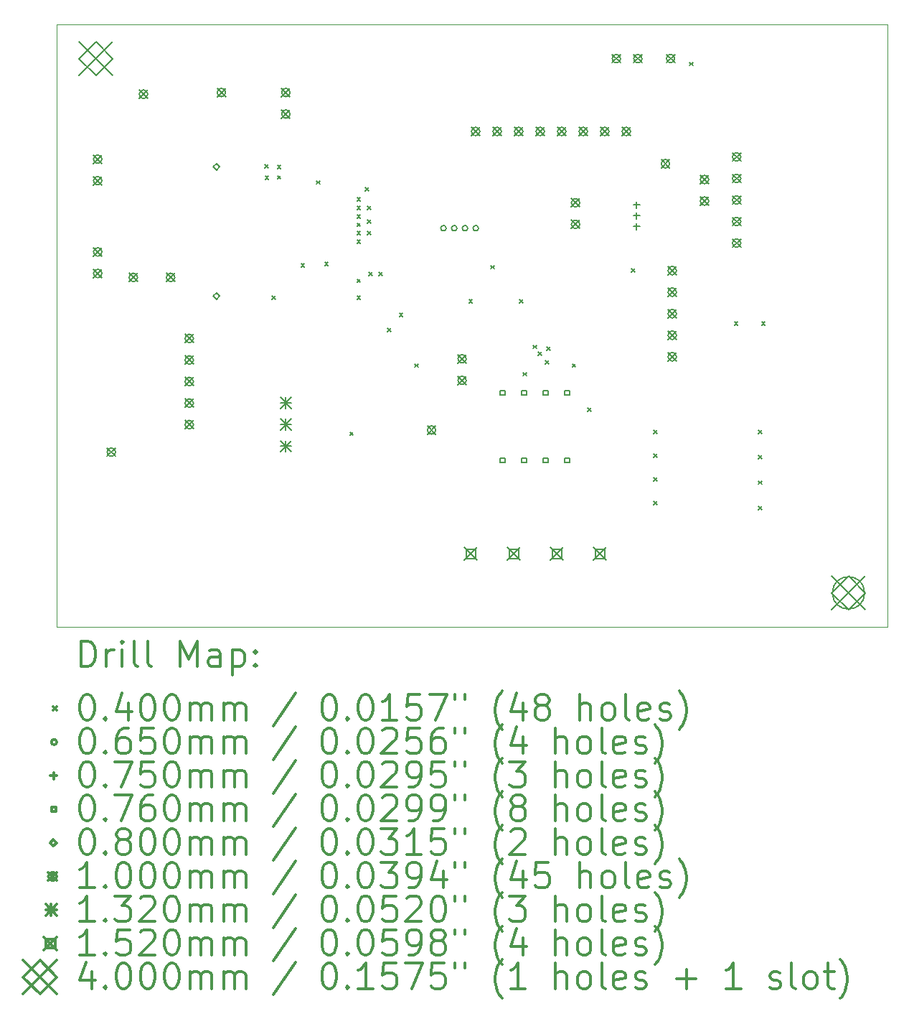
<source format=gbr>
%FSLAX45Y45*%
G04 Gerber Fmt 4.5, Leading zero omitted, Abs format (unit mm)*
G04 Created by KiCad (PCBNEW (5.1.12)-1) date 2022-08-06 16:22:04*
%MOMM*%
%LPD*%
G01*
G04 APERTURE LIST*
%TA.AperFunction,Profile*%
%ADD10C,0.050000*%
%TD*%
%ADD11C,0.200000*%
%ADD12C,0.300000*%
G04 APERTURE END LIST*
D10*
X1300000Y-15600000D02*
X11100000Y-15600000D01*
X1300000Y-8500000D02*
X1300000Y-15600000D01*
X11100000Y-8500000D02*
X11100000Y-15600000D01*
X1300000Y-8500000D02*
X11100000Y-8500000D01*
D11*
X3750000Y-10150000D02*
X3790000Y-10190000D01*
X3790000Y-10150000D02*
X3750000Y-10190000D01*
X3756500Y-10283500D02*
X3796500Y-10323500D01*
X3796500Y-10283500D02*
X3756500Y-10323500D01*
X3840000Y-11700000D02*
X3880000Y-11740000D01*
X3880000Y-11700000D02*
X3840000Y-11740000D01*
X3900000Y-10160000D02*
X3940000Y-10200000D01*
X3940000Y-10160000D02*
X3900000Y-10200000D01*
X3900000Y-10280000D02*
X3940000Y-10320000D01*
X3940000Y-10280000D02*
X3900000Y-10320000D01*
X4180000Y-11320000D02*
X4220000Y-11360000D01*
X4220000Y-11320000D02*
X4180000Y-11360000D01*
X4360000Y-10340000D02*
X4400000Y-10380000D01*
X4400000Y-10340000D02*
X4360000Y-10380000D01*
X4460000Y-11300000D02*
X4500000Y-11340000D01*
X4500000Y-11300000D02*
X4460000Y-11340000D01*
X4756250Y-13303750D02*
X4796250Y-13343750D01*
X4796250Y-13303750D02*
X4756250Y-13343750D01*
X4840000Y-10540000D02*
X4880000Y-10580000D01*
X4880000Y-10540000D02*
X4840000Y-10580000D01*
X4840000Y-10640000D02*
X4880000Y-10680000D01*
X4880000Y-10640000D02*
X4840000Y-10680000D01*
X4840000Y-10740000D02*
X4880000Y-10780000D01*
X4880000Y-10740000D02*
X4840000Y-10780000D01*
X4840000Y-10840000D02*
X4880000Y-10880000D01*
X4880000Y-10840000D02*
X4840000Y-10880000D01*
X4840000Y-10940000D02*
X4880000Y-10980000D01*
X4880000Y-10940000D02*
X4840000Y-10980000D01*
X4840000Y-11040000D02*
X4880000Y-11080000D01*
X4880000Y-11040000D02*
X4840000Y-11080000D01*
X4840000Y-11500000D02*
X4880000Y-11540000D01*
X4880000Y-11500000D02*
X4840000Y-11540000D01*
X4840000Y-11700000D02*
X4880000Y-11740000D01*
X4880000Y-11700000D02*
X4840000Y-11740000D01*
X4940000Y-10420000D02*
X4980000Y-10460000D01*
X4980000Y-10420000D02*
X4940000Y-10460000D01*
X4960000Y-10640000D02*
X5000000Y-10680000D01*
X5000000Y-10640000D02*
X4960000Y-10680000D01*
X4960000Y-10800000D02*
X5000000Y-10840000D01*
X5000000Y-10800000D02*
X4960000Y-10840000D01*
X4960000Y-10940000D02*
X5000000Y-10980000D01*
X5000000Y-10940000D02*
X4960000Y-10980000D01*
X4980000Y-11420000D02*
X5020000Y-11460000D01*
X5020000Y-11420000D02*
X4980000Y-11460000D01*
X5100000Y-11420000D02*
X5140000Y-11460000D01*
X5140000Y-11420000D02*
X5100000Y-11460000D01*
X5200000Y-12080000D02*
X5240000Y-12120000D01*
X5240000Y-12080000D02*
X5200000Y-12120000D01*
X5340000Y-11900000D02*
X5380000Y-11940000D01*
X5380000Y-11900000D02*
X5340000Y-11940000D01*
X5520000Y-12500000D02*
X5560000Y-12540000D01*
X5560000Y-12500000D02*
X5520000Y-12540000D01*
X6160000Y-11740000D02*
X6200000Y-11780000D01*
X6200000Y-11740000D02*
X6160000Y-11780000D01*
X6420000Y-11340000D02*
X6460000Y-11380000D01*
X6460000Y-11340000D02*
X6420000Y-11380000D01*
X6760000Y-11740000D02*
X6800000Y-11780000D01*
X6800000Y-11740000D02*
X6760000Y-11780000D01*
X6800000Y-12600000D02*
X6840000Y-12640000D01*
X6840000Y-12600000D02*
X6800000Y-12640000D01*
X6920000Y-12280000D02*
X6960000Y-12320000D01*
X6960000Y-12280000D02*
X6920000Y-12320000D01*
X6980000Y-12360000D02*
X7020000Y-12400000D01*
X7020000Y-12360000D02*
X6980000Y-12400000D01*
X7060000Y-12460000D02*
X7100000Y-12500000D01*
X7100000Y-12460000D02*
X7060000Y-12500000D01*
X7080000Y-12300000D02*
X7120000Y-12340000D01*
X7120000Y-12300000D02*
X7080000Y-12340000D01*
X7380000Y-12500000D02*
X7420000Y-12540000D01*
X7420000Y-12500000D02*
X7380000Y-12540000D01*
X7560000Y-13020000D02*
X7600000Y-13060000D01*
X7600000Y-13020000D02*
X7560000Y-13060000D01*
X8080000Y-11380000D02*
X8120000Y-11420000D01*
X8120000Y-11380000D02*
X8080000Y-11420000D01*
X8340000Y-13280000D02*
X8380000Y-13320000D01*
X8380000Y-13280000D02*
X8340000Y-13320000D01*
X8340000Y-13560000D02*
X8380000Y-13600000D01*
X8380000Y-13560000D02*
X8340000Y-13600000D01*
X8340000Y-13840000D02*
X8380000Y-13880000D01*
X8380000Y-13840000D02*
X8340000Y-13880000D01*
X8340000Y-14120000D02*
X8380000Y-14160000D01*
X8380000Y-14120000D02*
X8340000Y-14160000D01*
X8762500Y-8942500D02*
X8802500Y-8982500D01*
X8802500Y-8942500D02*
X8762500Y-8982500D01*
X9294500Y-12005500D02*
X9334500Y-12045500D01*
X9334500Y-12005500D02*
X9294500Y-12045500D01*
X9580000Y-13280000D02*
X9620000Y-13320000D01*
X9620000Y-13280000D02*
X9580000Y-13320000D01*
X9580000Y-13580000D02*
X9620000Y-13620000D01*
X9620000Y-13580000D02*
X9580000Y-13620000D01*
X9580000Y-13880000D02*
X9620000Y-13920000D01*
X9620000Y-13880000D02*
X9580000Y-13920000D01*
X9580000Y-14180000D02*
X9620000Y-14220000D01*
X9620000Y-14180000D02*
X9580000Y-14220000D01*
X9614500Y-12005500D02*
X9654500Y-12045500D01*
X9654500Y-12005500D02*
X9614500Y-12045500D01*
X5892500Y-10900000D02*
G75*
G03*
X5892500Y-10900000I-32500J0D01*
G01*
X6019500Y-10900000D02*
G75*
G03*
X6019500Y-10900000I-32500J0D01*
G01*
X6146500Y-10900000D02*
G75*
G03*
X6146500Y-10900000I-32500J0D01*
G01*
X6273500Y-10900000D02*
G75*
G03*
X6273500Y-10900000I-32500J0D01*
G01*
X8140000Y-10588500D02*
X8140000Y-10663500D01*
X8102500Y-10626000D02*
X8177500Y-10626000D01*
X8140000Y-10715500D02*
X8140000Y-10790500D01*
X8102500Y-10753000D02*
X8177500Y-10753000D01*
X8140000Y-10842500D02*
X8140000Y-10917500D01*
X8102500Y-10880000D02*
X8177500Y-10880000D01*
X6585870Y-12869870D02*
X6585870Y-12816130D01*
X6532130Y-12816130D01*
X6532130Y-12869870D01*
X6585870Y-12869870D01*
X6585870Y-13663870D02*
X6585870Y-13610130D01*
X6532130Y-13610130D01*
X6532130Y-13663870D01*
X6585870Y-13663870D01*
X6839870Y-12869870D02*
X6839870Y-12816130D01*
X6786130Y-12816130D01*
X6786130Y-12869870D01*
X6839870Y-12869870D01*
X6839870Y-13663870D02*
X6839870Y-13610130D01*
X6786130Y-13610130D01*
X6786130Y-13663870D01*
X6839870Y-13663870D01*
X7093870Y-12869870D02*
X7093870Y-12816130D01*
X7040130Y-12816130D01*
X7040130Y-12869870D01*
X7093870Y-12869870D01*
X7093870Y-13663870D02*
X7093870Y-13610130D01*
X7040130Y-13610130D01*
X7040130Y-13663870D01*
X7093870Y-13663870D01*
X7347870Y-12869870D02*
X7347870Y-12816130D01*
X7294130Y-12816130D01*
X7294130Y-12869870D01*
X7347870Y-12869870D01*
X7347870Y-13663870D02*
X7347870Y-13610130D01*
X7294130Y-13610130D01*
X7294130Y-13663870D01*
X7347870Y-13663870D01*
X3180000Y-10216000D02*
X3220000Y-10176000D01*
X3180000Y-10136000D01*
X3140000Y-10176000D01*
X3180000Y-10216000D01*
X3180000Y-11740000D02*
X3220000Y-11700000D01*
X3180000Y-11660000D01*
X3140000Y-11700000D01*
X3180000Y-11740000D01*
X1730000Y-10036000D02*
X1830000Y-10136000D01*
X1830000Y-10036000D02*
X1730000Y-10136000D01*
X1830000Y-10086000D02*
G75*
G03*
X1830000Y-10086000I-50000J0D01*
G01*
X1730000Y-10290000D02*
X1830000Y-10390000D01*
X1830000Y-10290000D02*
X1730000Y-10390000D01*
X1830000Y-10340000D02*
G75*
G03*
X1830000Y-10340000I-50000J0D01*
G01*
X1730000Y-11130000D02*
X1830000Y-11230000D01*
X1830000Y-11130000D02*
X1730000Y-11230000D01*
X1830000Y-11180000D02*
G75*
G03*
X1830000Y-11180000I-50000J0D01*
G01*
X1730000Y-11384000D02*
X1830000Y-11484000D01*
X1830000Y-11384000D02*
X1730000Y-11484000D01*
X1830000Y-11434000D02*
G75*
G03*
X1830000Y-11434000I-50000J0D01*
G01*
X1890000Y-13490000D02*
X1990000Y-13590000D01*
X1990000Y-13490000D02*
X1890000Y-13590000D01*
X1990000Y-13540000D02*
G75*
G03*
X1990000Y-13540000I-50000J0D01*
G01*
X2150000Y-11430000D02*
X2250000Y-11530000D01*
X2250000Y-11430000D02*
X2150000Y-11530000D01*
X2250000Y-11480000D02*
G75*
G03*
X2250000Y-11480000I-50000J0D01*
G01*
X2270000Y-9270000D02*
X2370000Y-9370000D01*
X2370000Y-9270000D02*
X2270000Y-9370000D01*
X2370000Y-9320000D02*
G75*
G03*
X2370000Y-9320000I-50000J0D01*
G01*
X2590000Y-11430000D02*
X2690000Y-11530000D01*
X2690000Y-11430000D02*
X2590000Y-11530000D01*
X2690000Y-11480000D02*
G75*
G03*
X2690000Y-11480000I-50000J0D01*
G01*
X2810000Y-12150000D02*
X2910000Y-12250000D01*
X2910000Y-12150000D02*
X2810000Y-12250000D01*
X2910000Y-12200000D02*
G75*
G03*
X2910000Y-12200000I-50000J0D01*
G01*
X2810000Y-12404000D02*
X2910000Y-12504000D01*
X2910000Y-12404000D02*
X2810000Y-12504000D01*
X2910000Y-12454000D02*
G75*
G03*
X2910000Y-12454000I-50000J0D01*
G01*
X2810000Y-12658000D02*
X2910000Y-12758000D01*
X2910000Y-12658000D02*
X2810000Y-12758000D01*
X2910000Y-12708000D02*
G75*
G03*
X2910000Y-12708000I-50000J0D01*
G01*
X2810000Y-12912000D02*
X2910000Y-13012000D01*
X2910000Y-12912000D02*
X2810000Y-13012000D01*
X2910000Y-12962000D02*
G75*
G03*
X2910000Y-12962000I-50000J0D01*
G01*
X2810000Y-13166000D02*
X2910000Y-13266000D01*
X2910000Y-13166000D02*
X2810000Y-13266000D01*
X2910000Y-13216000D02*
G75*
G03*
X2910000Y-13216000I-50000J0D01*
G01*
X3190000Y-9250000D02*
X3290000Y-9350000D01*
X3290000Y-9250000D02*
X3190000Y-9350000D01*
X3290000Y-9300000D02*
G75*
G03*
X3290000Y-9300000I-50000J0D01*
G01*
X3950000Y-9250000D02*
X4050000Y-9350000D01*
X4050000Y-9250000D02*
X3950000Y-9350000D01*
X4050000Y-9300000D02*
G75*
G03*
X4050000Y-9300000I-50000J0D01*
G01*
X3950000Y-9504000D02*
X4050000Y-9604000D01*
X4050000Y-9504000D02*
X3950000Y-9604000D01*
X4050000Y-9554000D02*
G75*
G03*
X4050000Y-9554000I-50000J0D01*
G01*
X5670000Y-13230000D02*
X5770000Y-13330000D01*
X5770000Y-13230000D02*
X5670000Y-13330000D01*
X5770000Y-13280000D02*
G75*
G03*
X5770000Y-13280000I-50000J0D01*
G01*
X6030000Y-12390000D02*
X6130000Y-12490000D01*
X6130000Y-12390000D02*
X6030000Y-12490000D01*
X6130000Y-12440000D02*
G75*
G03*
X6130000Y-12440000I-50000J0D01*
G01*
X6030000Y-12644000D02*
X6130000Y-12744000D01*
X6130000Y-12644000D02*
X6030000Y-12744000D01*
X6130000Y-12694000D02*
G75*
G03*
X6130000Y-12694000I-50000J0D01*
G01*
X6190000Y-9710000D02*
X6290000Y-9810000D01*
X6290000Y-9710000D02*
X6190000Y-9810000D01*
X6290000Y-9760000D02*
G75*
G03*
X6290000Y-9760000I-50000J0D01*
G01*
X6444000Y-9710000D02*
X6544000Y-9810000D01*
X6544000Y-9710000D02*
X6444000Y-9810000D01*
X6544000Y-9760000D02*
G75*
G03*
X6544000Y-9760000I-50000J0D01*
G01*
X6698000Y-9710000D02*
X6798000Y-9810000D01*
X6798000Y-9710000D02*
X6698000Y-9810000D01*
X6798000Y-9760000D02*
G75*
G03*
X6798000Y-9760000I-50000J0D01*
G01*
X6952000Y-9710000D02*
X7052000Y-9810000D01*
X7052000Y-9710000D02*
X6952000Y-9810000D01*
X7052000Y-9760000D02*
G75*
G03*
X7052000Y-9760000I-50000J0D01*
G01*
X7206000Y-9710000D02*
X7306000Y-9810000D01*
X7306000Y-9710000D02*
X7206000Y-9810000D01*
X7306000Y-9760000D02*
G75*
G03*
X7306000Y-9760000I-50000J0D01*
G01*
X7370000Y-10550000D02*
X7470000Y-10650000D01*
X7470000Y-10550000D02*
X7370000Y-10650000D01*
X7470000Y-10600000D02*
G75*
G03*
X7470000Y-10600000I-50000J0D01*
G01*
X7370000Y-10804000D02*
X7470000Y-10904000D01*
X7470000Y-10804000D02*
X7370000Y-10904000D01*
X7470000Y-10854000D02*
G75*
G03*
X7470000Y-10854000I-50000J0D01*
G01*
X7460000Y-9710000D02*
X7560000Y-9810000D01*
X7560000Y-9710000D02*
X7460000Y-9810000D01*
X7560000Y-9760000D02*
G75*
G03*
X7560000Y-9760000I-50000J0D01*
G01*
X7714000Y-9710000D02*
X7814000Y-9810000D01*
X7814000Y-9710000D02*
X7714000Y-9810000D01*
X7814000Y-9760000D02*
G75*
G03*
X7814000Y-9760000I-50000J0D01*
G01*
X7850000Y-8850000D02*
X7950000Y-8950000D01*
X7950000Y-8850000D02*
X7850000Y-8950000D01*
X7950000Y-8900000D02*
G75*
G03*
X7950000Y-8900000I-50000J0D01*
G01*
X7968000Y-9710000D02*
X8068000Y-9810000D01*
X8068000Y-9710000D02*
X7968000Y-9810000D01*
X8068000Y-9760000D02*
G75*
G03*
X8068000Y-9760000I-50000J0D01*
G01*
X8104000Y-8850000D02*
X8204000Y-8950000D01*
X8204000Y-8850000D02*
X8104000Y-8950000D01*
X8204000Y-8900000D02*
G75*
G03*
X8204000Y-8900000I-50000J0D01*
G01*
X8430000Y-10090000D02*
X8530000Y-10190000D01*
X8530000Y-10090000D02*
X8430000Y-10190000D01*
X8530000Y-10140000D02*
G75*
G03*
X8530000Y-10140000I-50000J0D01*
G01*
X8490000Y-8850000D02*
X8590000Y-8950000D01*
X8590000Y-8850000D02*
X8490000Y-8950000D01*
X8590000Y-8900000D02*
G75*
G03*
X8590000Y-8900000I-50000J0D01*
G01*
X8510000Y-11350000D02*
X8610000Y-11450000D01*
X8610000Y-11350000D02*
X8510000Y-11450000D01*
X8610000Y-11400000D02*
G75*
G03*
X8610000Y-11400000I-50000J0D01*
G01*
X8510000Y-11604000D02*
X8610000Y-11704000D01*
X8610000Y-11604000D02*
X8510000Y-11704000D01*
X8610000Y-11654000D02*
G75*
G03*
X8610000Y-11654000I-50000J0D01*
G01*
X8510000Y-11858000D02*
X8610000Y-11958000D01*
X8610000Y-11858000D02*
X8510000Y-11958000D01*
X8610000Y-11908000D02*
G75*
G03*
X8610000Y-11908000I-50000J0D01*
G01*
X8510000Y-12112000D02*
X8610000Y-12212000D01*
X8610000Y-12112000D02*
X8510000Y-12212000D01*
X8610000Y-12162000D02*
G75*
G03*
X8610000Y-12162000I-50000J0D01*
G01*
X8510000Y-12366000D02*
X8610000Y-12466000D01*
X8610000Y-12366000D02*
X8510000Y-12466000D01*
X8610000Y-12416000D02*
G75*
G03*
X8610000Y-12416000I-50000J0D01*
G01*
X8890000Y-10276000D02*
X8990000Y-10376000D01*
X8990000Y-10276000D02*
X8890000Y-10376000D01*
X8990000Y-10326000D02*
G75*
G03*
X8990000Y-10326000I-50000J0D01*
G01*
X8890000Y-10530000D02*
X8990000Y-10630000D01*
X8990000Y-10530000D02*
X8890000Y-10630000D01*
X8990000Y-10580000D02*
G75*
G03*
X8990000Y-10580000I-50000J0D01*
G01*
X9270000Y-10010000D02*
X9370000Y-10110000D01*
X9370000Y-10010000D02*
X9270000Y-10110000D01*
X9370000Y-10060000D02*
G75*
G03*
X9370000Y-10060000I-50000J0D01*
G01*
X9270000Y-10264000D02*
X9370000Y-10364000D01*
X9370000Y-10264000D02*
X9270000Y-10364000D01*
X9370000Y-10314000D02*
G75*
G03*
X9370000Y-10314000I-50000J0D01*
G01*
X9270000Y-10518000D02*
X9370000Y-10618000D01*
X9370000Y-10518000D02*
X9270000Y-10618000D01*
X9370000Y-10568000D02*
G75*
G03*
X9370000Y-10568000I-50000J0D01*
G01*
X9270000Y-10772000D02*
X9370000Y-10872000D01*
X9370000Y-10772000D02*
X9270000Y-10872000D01*
X9370000Y-10822000D02*
G75*
G03*
X9370000Y-10822000I-50000J0D01*
G01*
X9270000Y-11026000D02*
X9370000Y-11126000D01*
X9370000Y-11026000D02*
X9270000Y-11126000D01*
X9370000Y-11076000D02*
G75*
G03*
X9370000Y-11076000I-50000J0D01*
G01*
X3934000Y-12894000D02*
X4066000Y-13026000D01*
X4066000Y-12894000D02*
X3934000Y-13026000D01*
X4000000Y-12894000D02*
X4000000Y-13026000D01*
X3934000Y-12960000D02*
X4066000Y-12960000D01*
X3934000Y-13149000D02*
X4066000Y-13281000D01*
X4066000Y-13149000D02*
X3934000Y-13281000D01*
X4000000Y-13149000D02*
X4000000Y-13281000D01*
X3934000Y-13215000D02*
X4066000Y-13215000D01*
X3934000Y-13404000D02*
X4066000Y-13536000D01*
X4066000Y-13404000D02*
X3934000Y-13536000D01*
X4000000Y-13404000D02*
X4000000Y-13536000D01*
X3934000Y-13470000D02*
X4066000Y-13470000D01*
X6108000Y-14664000D02*
X6260000Y-14816000D01*
X6260000Y-14664000D02*
X6108000Y-14816000D01*
X6237741Y-14793741D02*
X6237741Y-14686259D01*
X6130259Y-14686259D01*
X6130259Y-14793741D01*
X6237741Y-14793741D01*
X6616000Y-14664000D02*
X6768000Y-14816000D01*
X6768000Y-14664000D02*
X6616000Y-14816000D01*
X6745741Y-14793741D02*
X6745741Y-14686259D01*
X6638259Y-14686259D01*
X6638259Y-14793741D01*
X6745741Y-14793741D01*
X7124000Y-14664000D02*
X7276000Y-14816000D01*
X7276000Y-14664000D02*
X7124000Y-14816000D01*
X7253741Y-14793741D02*
X7253741Y-14686259D01*
X7146259Y-14686259D01*
X7146259Y-14793741D01*
X7253741Y-14793741D01*
X7632000Y-14664000D02*
X7784000Y-14816000D01*
X7784000Y-14664000D02*
X7632000Y-14816000D01*
X7761741Y-14793741D02*
X7761741Y-14686259D01*
X7654259Y-14686259D01*
X7654259Y-14793741D01*
X7761741Y-14793741D01*
X1560000Y-8700000D02*
X1960000Y-9100000D01*
X1960000Y-8700000D02*
X1560000Y-9100000D01*
X1760000Y-9100000D02*
X1960000Y-8900000D01*
X1760000Y-8700000D01*
X1560000Y-8900000D01*
X1760000Y-9100000D01*
X10440000Y-15000000D02*
X10840000Y-15400000D01*
X10840000Y-15000000D02*
X10440000Y-15400000D01*
X10640000Y-15400000D02*
X10840000Y-15200000D01*
X10640000Y-15000000D01*
X10440000Y-15200000D01*
X10640000Y-15400000D01*
X10450000Y-15200000D02*
X10450000Y-15200000D01*
X10830000Y-15200000D02*
X10830000Y-15200000D01*
X10450000Y-15200000D02*
G75*
G03*
X10830000Y-15200000I190000J0D01*
G01*
X10830000Y-15200000D02*
G75*
G03*
X10450000Y-15200000I-190000J0D01*
G01*
D12*
X1583928Y-16068214D02*
X1583928Y-15768214D01*
X1655357Y-15768214D01*
X1698214Y-15782500D01*
X1726786Y-15811071D01*
X1741071Y-15839643D01*
X1755357Y-15896786D01*
X1755357Y-15939643D01*
X1741071Y-15996786D01*
X1726786Y-16025357D01*
X1698214Y-16053929D01*
X1655357Y-16068214D01*
X1583928Y-16068214D01*
X1883928Y-16068214D02*
X1883928Y-15868214D01*
X1883928Y-15925357D02*
X1898214Y-15896786D01*
X1912500Y-15882500D01*
X1941071Y-15868214D01*
X1969643Y-15868214D01*
X2069643Y-16068214D02*
X2069643Y-15868214D01*
X2069643Y-15768214D02*
X2055357Y-15782500D01*
X2069643Y-15796786D01*
X2083928Y-15782500D01*
X2069643Y-15768214D01*
X2069643Y-15796786D01*
X2255357Y-16068214D02*
X2226786Y-16053929D01*
X2212500Y-16025357D01*
X2212500Y-15768214D01*
X2412500Y-16068214D02*
X2383928Y-16053929D01*
X2369643Y-16025357D01*
X2369643Y-15768214D01*
X2755357Y-16068214D02*
X2755357Y-15768214D01*
X2855357Y-15982500D01*
X2955357Y-15768214D01*
X2955357Y-16068214D01*
X3226786Y-16068214D02*
X3226786Y-15911071D01*
X3212500Y-15882500D01*
X3183928Y-15868214D01*
X3126786Y-15868214D01*
X3098214Y-15882500D01*
X3226786Y-16053929D02*
X3198214Y-16068214D01*
X3126786Y-16068214D01*
X3098214Y-16053929D01*
X3083928Y-16025357D01*
X3083928Y-15996786D01*
X3098214Y-15968214D01*
X3126786Y-15953929D01*
X3198214Y-15953929D01*
X3226786Y-15939643D01*
X3369643Y-15868214D02*
X3369643Y-16168214D01*
X3369643Y-15882500D02*
X3398214Y-15868214D01*
X3455357Y-15868214D01*
X3483928Y-15882500D01*
X3498214Y-15896786D01*
X3512500Y-15925357D01*
X3512500Y-16011071D01*
X3498214Y-16039643D01*
X3483928Y-16053929D01*
X3455357Y-16068214D01*
X3398214Y-16068214D01*
X3369643Y-16053929D01*
X3641071Y-16039643D02*
X3655357Y-16053929D01*
X3641071Y-16068214D01*
X3626786Y-16053929D01*
X3641071Y-16039643D01*
X3641071Y-16068214D01*
X3641071Y-15882500D02*
X3655357Y-15896786D01*
X3641071Y-15911071D01*
X3626786Y-15896786D01*
X3641071Y-15882500D01*
X3641071Y-15911071D01*
X1257500Y-16542500D02*
X1297500Y-16582500D01*
X1297500Y-16542500D02*
X1257500Y-16582500D01*
X1641071Y-16398214D02*
X1669643Y-16398214D01*
X1698214Y-16412500D01*
X1712500Y-16426786D01*
X1726786Y-16455357D01*
X1741071Y-16512500D01*
X1741071Y-16583929D01*
X1726786Y-16641071D01*
X1712500Y-16669643D01*
X1698214Y-16683929D01*
X1669643Y-16698214D01*
X1641071Y-16698214D01*
X1612500Y-16683929D01*
X1598214Y-16669643D01*
X1583928Y-16641071D01*
X1569643Y-16583929D01*
X1569643Y-16512500D01*
X1583928Y-16455357D01*
X1598214Y-16426786D01*
X1612500Y-16412500D01*
X1641071Y-16398214D01*
X1869643Y-16669643D02*
X1883928Y-16683929D01*
X1869643Y-16698214D01*
X1855357Y-16683929D01*
X1869643Y-16669643D01*
X1869643Y-16698214D01*
X2141071Y-16498214D02*
X2141071Y-16698214D01*
X2069643Y-16383929D02*
X1998214Y-16598214D01*
X2183928Y-16598214D01*
X2355357Y-16398214D02*
X2383928Y-16398214D01*
X2412500Y-16412500D01*
X2426786Y-16426786D01*
X2441071Y-16455357D01*
X2455357Y-16512500D01*
X2455357Y-16583929D01*
X2441071Y-16641071D01*
X2426786Y-16669643D01*
X2412500Y-16683929D01*
X2383928Y-16698214D01*
X2355357Y-16698214D01*
X2326786Y-16683929D01*
X2312500Y-16669643D01*
X2298214Y-16641071D01*
X2283928Y-16583929D01*
X2283928Y-16512500D01*
X2298214Y-16455357D01*
X2312500Y-16426786D01*
X2326786Y-16412500D01*
X2355357Y-16398214D01*
X2641071Y-16398214D02*
X2669643Y-16398214D01*
X2698214Y-16412500D01*
X2712500Y-16426786D01*
X2726786Y-16455357D01*
X2741071Y-16512500D01*
X2741071Y-16583929D01*
X2726786Y-16641071D01*
X2712500Y-16669643D01*
X2698214Y-16683929D01*
X2669643Y-16698214D01*
X2641071Y-16698214D01*
X2612500Y-16683929D01*
X2598214Y-16669643D01*
X2583928Y-16641071D01*
X2569643Y-16583929D01*
X2569643Y-16512500D01*
X2583928Y-16455357D01*
X2598214Y-16426786D01*
X2612500Y-16412500D01*
X2641071Y-16398214D01*
X2869643Y-16698214D02*
X2869643Y-16498214D01*
X2869643Y-16526786D02*
X2883928Y-16512500D01*
X2912500Y-16498214D01*
X2955357Y-16498214D01*
X2983928Y-16512500D01*
X2998214Y-16541071D01*
X2998214Y-16698214D01*
X2998214Y-16541071D02*
X3012500Y-16512500D01*
X3041071Y-16498214D01*
X3083928Y-16498214D01*
X3112500Y-16512500D01*
X3126786Y-16541071D01*
X3126786Y-16698214D01*
X3269643Y-16698214D02*
X3269643Y-16498214D01*
X3269643Y-16526786D02*
X3283928Y-16512500D01*
X3312500Y-16498214D01*
X3355357Y-16498214D01*
X3383928Y-16512500D01*
X3398214Y-16541071D01*
X3398214Y-16698214D01*
X3398214Y-16541071D02*
X3412500Y-16512500D01*
X3441071Y-16498214D01*
X3483928Y-16498214D01*
X3512500Y-16512500D01*
X3526786Y-16541071D01*
X3526786Y-16698214D01*
X4112500Y-16383929D02*
X3855357Y-16769643D01*
X4498214Y-16398214D02*
X4526786Y-16398214D01*
X4555357Y-16412500D01*
X4569643Y-16426786D01*
X4583928Y-16455357D01*
X4598214Y-16512500D01*
X4598214Y-16583929D01*
X4583928Y-16641071D01*
X4569643Y-16669643D01*
X4555357Y-16683929D01*
X4526786Y-16698214D01*
X4498214Y-16698214D01*
X4469643Y-16683929D01*
X4455357Y-16669643D01*
X4441071Y-16641071D01*
X4426786Y-16583929D01*
X4426786Y-16512500D01*
X4441071Y-16455357D01*
X4455357Y-16426786D01*
X4469643Y-16412500D01*
X4498214Y-16398214D01*
X4726786Y-16669643D02*
X4741071Y-16683929D01*
X4726786Y-16698214D01*
X4712500Y-16683929D01*
X4726786Y-16669643D01*
X4726786Y-16698214D01*
X4926786Y-16398214D02*
X4955357Y-16398214D01*
X4983928Y-16412500D01*
X4998214Y-16426786D01*
X5012500Y-16455357D01*
X5026786Y-16512500D01*
X5026786Y-16583929D01*
X5012500Y-16641071D01*
X4998214Y-16669643D01*
X4983928Y-16683929D01*
X4955357Y-16698214D01*
X4926786Y-16698214D01*
X4898214Y-16683929D01*
X4883928Y-16669643D01*
X4869643Y-16641071D01*
X4855357Y-16583929D01*
X4855357Y-16512500D01*
X4869643Y-16455357D01*
X4883928Y-16426786D01*
X4898214Y-16412500D01*
X4926786Y-16398214D01*
X5312500Y-16698214D02*
X5141071Y-16698214D01*
X5226786Y-16698214D02*
X5226786Y-16398214D01*
X5198214Y-16441071D01*
X5169643Y-16469643D01*
X5141071Y-16483929D01*
X5583928Y-16398214D02*
X5441071Y-16398214D01*
X5426786Y-16541071D01*
X5441071Y-16526786D01*
X5469643Y-16512500D01*
X5541071Y-16512500D01*
X5569643Y-16526786D01*
X5583928Y-16541071D01*
X5598214Y-16569643D01*
X5598214Y-16641071D01*
X5583928Y-16669643D01*
X5569643Y-16683929D01*
X5541071Y-16698214D01*
X5469643Y-16698214D01*
X5441071Y-16683929D01*
X5426786Y-16669643D01*
X5698214Y-16398214D02*
X5898214Y-16398214D01*
X5769643Y-16698214D01*
X5998214Y-16398214D02*
X5998214Y-16455357D01*
X6112500Y-16398214D02*
X6112500Y-16455357D01*
X6555357Y-16812500D02*
X6541071Y-16798214D01*
X6512500Y-16755357D01*
X6498214Y-16726786D01*
X6483928Y-16683929D01*
X6469643Y-16612500D01*
X6469643Y-16555357D01*
X6483928Y-16483929D01*
X6498214Y-16441071D01*
X6512500Y-16412500D01*
X6541071Y-16369643D01*
X6555357Y-16355357D01*
X6798214Y-16498214D02*
X6798214Y-16698214D01*
X6726786Y-16383929D02*
X6655357Y-16598214D01*
X6841071Y-16598214D01*
X6998214Y-16526786D02*
X6969643Y-16512500D01*
X6955357Y-16498214D01*
X6941071Y-16469643D01*
X6941071Y-16455357D01*
X6955357Y-16426786D01*
X6969643Y-16412500D01*
X6998214Y-16398214D01*
X7055357Y-16398214D01*
X7083928Y-16412500D01*
X7098214Y-16426786D01*
X7112500Y-16455357D01*
X7112500Y-16469643D01*
X7098214Y-16498214D01*
X7083928Y-16512500D01*
X7055357Y-16526786D01*
X6998214Y-16526786D01*
X6969643Y-16541071D01*
X6955357Y-16555357D01*
X6941071Y-16583929D01*
X6941071Y-16641071D01*
X6955357Y-16669643D01*
X6969643Y-16683929D01*
X6998214Y-16698214D01*
X7055357Y-16698214D01*
X7083928Y-16683929D01*
X7098214Y-16669643D01*
X7112500Y-16641071D01*
X7112500Y-16583929D01*
X7098214Y-16555357D01*
X7083928Y-16541071D01*
X7055357Y-16526786D01*
X7469643Y-16698214D02*
X7469643Y-16398214D01*
X7598214Y-16698214D02*
X7598214Y-16541071D01*
X7583928Y-16512500D01*
X7555357Y-16498214D01*
X7512500Y-16498214D01*
X7483928Y-16512500D01*
X7469643Y-16526786D01*
X7783928Y-16698214D02*
X7755357Y-16683929D01*
X7741071Y-16669643D01*
X7726786Y-16641071D01*
X7726786Y-16555357D01*
X7741071Y-16526786D01*
X7755357Y-16512500D01*
X7783928Y-16498214D01*
X7826786Y-16498214D01*
X7855357Y-16512500D01*
X7869643Y-16526786D01*
X7883928Y-16555357D01*
X7883928Y-16641071D01*
X7869643Y-16669643D01*
X7855357Y-16683929D01*
X7826786Y-16698214D01*
X7783928Y-16698214D01*
X8055357Y-16698214D02*
X8026786Y-16683929D01*
X8012500Y-16655357D01*
X8012500Y-16398214D01*
X8283928Y-16683929D02*
X8255357Y-16698214D01*
X8198214Y-16698214D01*
X8169643Y-16683929D01*
X8155357Y-16655357D01*
X8155357Y-16541071D01*
X8169643Y-16512500D01*
X8198214Y-16498214D01*
X8255357Y-16498214D01*
X8283928Y-16512500D01*
X8298214Y-16541071D01*
X8298214Y-16569643D01*
X8155357Y-16598214D01*
X8412500Y-16683929D02*
X8441071Y-16698214D01*
X8498214Y-16698214D01*
X8526786Y-16683929D01*
X8541071Y-16655357D01*
X8541071Y-16641071D01*
X8526786Y-16612500D01*
X8498214Y-16598214D01*
X8455357Y-16598214D01*
X8426786Y-16583929D01*
X8412500Y-16555357D01*
X8412500Y-16541071D01*
X8426786Y-16512500D01*
X8455357Y-16498214D01*
X8498214Y-16498214D01*
X8526786Y-16512500D01*
X8641071Y-16812500D02*
X8655357Y-16798214D01*
X8683928Y-16755357D01*
X8698214Y-16726786D01*
X8712500Y-16683929D01*
X8726786Y-16612500D01*
X8726786Y-16555357D01*
X8712500Y-16483929D01*
X8698214Y-16441071D01*
X8683928Y-16412500D01*
X8655357Y-16369643D01*
X8641071Y-16355357D01*
X1297500Y-16958500D02*
G75*
G03*
X1297500Y-16958500I-32500J0D01*
G01*
X1641071Y-16794214D02*
X1669643Y-16794214D01*
X1698214Y-16808500D01*
X1712500Y-16822786D01*
X1726786Y-16851357D01*
X1741071Y-16908500D01*
X1741071Y-16979929D01*
X1726786Y-17037072D01*
X1712500Y-17065643D01*
X1698214Y-17079929D01*
X1669643Y-17094214D01*
X1641071Y-17094214D01*
X1612500Y-17079929D01*
X1598214Y-17065643D01*
X1583928Y-17037072D01*
X1569643Y-16979929D01*
X1569643Y-16908500D01*
X1583928Y-16851357D01*
X1598214Y-16822786D01*
X1612500Y-16808500D01*
X1641071Y-16794214D01*
X1869643Y-17065643D02*
X1883928Y-17079929D01*
X1869643Y-17094214D01*
X1855357Y-17079929D01*
X1869643Y-17065643D01*
X1869643Y-17094214D01*
X2141071Y-16794214D02*
X2083928Y-16794214D01*
X2055357Y-16808500D01*
X2041071Y-16822786D01*
X2012500Y-16865643D01*
X1998214Y-16922786D01*
X1998214Y-17037072D01*
X2012500Y-17065643D01*
X2026786Y-17079929D01*
X2055357Y-17094214D01*
X2112500Y-17094214D01*
X2141071Y-17079929D01*
X2155357Y-17065643D01*
X2169643Y-17037072D01*
X2169643Y-16965643D01*
X2155357Y-16937072D01*
X2141071Y-16922786D01*
X2112500Y-16908500D01*
X2055357Y-16908500D01*
X2026786Y-16922786D01*
X2012500Y-16937072D01*
X1998214Y-16965643D01*
X2441071Y-16794214D02*
X2298214Y-16794214D01*
X2283928Y-16937072D01*
X2298214Y-16922786D01*
X2326786Y-16908500D01*
X2398214Y-16908500D01*
X2426786Y-16922786D01*
X2441071Y-16937072D01*
X2455357Y-16965643D01*
X2455357Y-17037072D01*
X2441071Y-17065643D01*
X2426786Y-17079929D01*
X2398214Y-17094214D01*
X2326786Y-17094214D01*
X2298214Y-17079929D01*
X2283928Y-17065643D01*
X2641071Y-16794214D02*
X2669643Y-16794214D01*
X2698214Y-16808500D01*
X2712500Y-16822786D01*
X2726786Y-16851357D01*
X2741071Y-16908500D01*
X2741071Y-16979929D01*
X2726786Y-17037072D01*
X2712500Y-17065643D01*
X2698214Y-17079929D01*
X2669643Y-17094214D01*
X2641071Y-17094214D01*
X2612500Y-17079929D01*
X2598214Y-17065643D01*
X2583928Y-17037072D01*
X2569643Y-16979929D01*
X2569643Y-16908500D01*
X2583928Y-16851357D01*
X2598214Y-16822786D01*
X2612500Y-16808500D01*
X2641071Y-16794214D01*
X2869643Y-17094214D02*
X2869643Y-16894214D01*
X2869643Y-16922786D02*
X2883928Y-16908500D01*
X2912500Y-16894214D01*
X2955357Y-16894214D01*
X2983928Y-16908500D01*
X2998214Y-16937072D01*
X2998214Y-17094214D01*
X2998214Y-16937072D02*
X3012500Y-16908500D01*
X3041071Y-16894214D01*
X3083928Y-16894214D01*
X3112500Y-16908500D01*
X3126786Y-16937072D01*
X3126786Y-17094214D01*
X3269643Y-17094214D02*
X3269643Y-16894214D01*
X3269643Y-16922786D02*
X3283928Y-16908500D01*
X3312500Y-16894214D01*
X3355357Y-16894214D01*
X3383928Y-16908500D01*
X3398214Y-16937072D01*
X3398214Y-17094214D01*
X3398214Y-16937072D02*
X3412500Y-16908500D01*
X3441071Y-16894214D01*
X3483928Y-16894214D01*
X3512500Y-16908500D01*
X3526786Y-16937072D01*
X3526786Y-17094214D01*
X4112500Y-16779929D02*
X3855357Y-17165643D01*
X4498214Y-16794214D02*
X4526786Y-16794214D01*
X4555357Y-16808500D01*
X4569643Y-16822786D01*
X4583928Y-16851357D01*
X4598214Y-16908500D01*
X4598214Y-16979929D01*
X4583928Y-17037072D01*
X4569643Y-17065643D01*
X4555357Y-17079929D01*
X4526786Y-17094214D01*
X4498214Y-17094214D01*
X4469643Y-17079929D01*
X4455357Y-17065643D01*
X4441071Y-17037072D01*
X4426786Y-16979929D01*
X4426786Y-16908500D01*
X4441071Y-16851357D01*
X4455357Y-16822786D01*
X4469643Y-16808500D01*
X4498214Y-16794214D01*
X4726786Y-17065643D02*
X4741071Y-17079929D01*
X4726786Y-17094214D01*
X4712500Y-17079929D01*
X4726786Y-17065643D01*
X4726786Y-17094214D01*
X4926786Y-16794214D02*
X4955357Y-16794214D01*
X4983928Y-16808500D01*
X4998214Y-16822786D01*
X5012500Y-16851357D01*
X5026786Y-16908500D01*
X5026786Y-16979929D01*
X5012500Y-17037072D01*
X4998214Y-17065643D01*
X4983928Y-17079929D01*
X4955357Y-17094214D01*
X4926786Y-17094214D01*
X4898214Y-17079929D01*
X4883928Y-17065643D01*
X4869643Y-17037072D01*
X4855357Y-16979929D01*
X4855357Y-16908500D01*
X4869643Y-16851357D01*
X4883928Y-16822786D01*
X4898214Y-16808500D01*
X4926786Y-16794214D01*
X5141071Y-16822786D02*
X5155357Y-16808500D01*
X5183928Y-16794214D01*
X5255357Y-16794214D01*
X5283928Y-16808500D01*
X5298214Y-16822786D01*
X5312500Y-16851357D01*
X5312500Y-16879929D01*
X5298214Y-16922786D01*
X5126786Y-17094214D01*
X5312500Y-17094214D01*
X5583928Y-16794214D02*
X5441071Y-16794214D01*
X5426786Y-16937072D01*
X5441071Y-16922786D01*
X5469643Y-16908500D01*
X5541071Y-16908500D01*
X5569643Y-16922786D01*
X5583928Y-16937072D01*
X5598214Y-16965643D01*
X5598214Y-17037072D01*
X5583928Y-17065643D01*
X5569643Y-17079929D01*
X5541071Y-17094214D01*
X5469643Y-17094214D01*
X5441071Y-17079929D01*
X5426786Y-17065643D01*
X5855357Y-16794214D02*
X5798214Y-16794214D01*
X5769643Y-16808500D01*
X5755357Y-16822786D01*
X5726786Y-16865643D01*
X5712500Y-16922786D01*
X5712500Y-17037072D01*
X5726786Y-17065643D01*
X5741071Y-17079929D01*
X5769643Y-17094214D01*
X5826786Y-17094214D01*
X5855357Y-17079929D01*
X5869643Y-17065643D01*
X5883928Y-17037072D01*
X5883928Y-16965643D01*
X5869643Y-16937072D01*
X5855357Y-16922786D01*
X5826786Y-16908500D01*
X5769643Y-16908500D01*
X5741071Y-16922786D01*
X5726786Y-16937072D01*
X5712500Y-16965643D01*
X5998214Y-16794214D02*
X5998214Y-16851357D01*
X6112500Y-16794214D02*
X6112500Y-16851357D01*
X6555357Y-17208500D02*
X6541071Y-17194214D01*
X6512500Y-17151357D01*
X6498214Y-17122786D01*
X6483928Y-17079929D01*
X6469643Y-17008500D01*
X6469643Y-16951357D01*
X6483928Y-16879929D01*
X6498214Y-16837072D01*
X6512500Y-16808500D01*
X6541071Y-16765643D01*
X6555357Y-16751357D01*
X6798214Y-16894214D02*
X6798214Y-17094214D01*
X6726786Y-16779929D02*
X6655357Y-16994214D01*
X6841071Y-16994214D01*
X7183928Y-17094214D02*
X7183928Y-16794214D01*
X7312500Y-17094214D02*
X7312500Y-16937072D01*
X7298214Y-16908500D01*
X7269643Y-16894214D01*
X7226786Y-16894214D01*
X7198214Y-16908500D01*
X7183928Y-16922786D01*
X7498214Y-17094214D02*
X7469643Y-17079929D01*
X7455357Y-17065643D01*
X7441071Y-17037072D01*
X7441071Y-16951357D01*
X7455357Y-16922786D01*
X7469643Y-16908500D01*
X7498214Y-16894214D01*
X7541071Y-16894214D01*
X7569643Y-16908500D01*
X7583928Y-16922786D01*
X7598214Y-16951357D01*
X7598214Y-17037072D01*
X7583928Y-17065643D01*
X7569643Y-17079929D01*
X7541071Y-17094214D01*
X7498214Y-17094214D01*
X7769643Y-17094214D02*
X7741071Y-17079929D01*
X7726786Y-17051357D01*
X7726786Y-16794214D01*
X7998214Y-17079929D02*
X7969643Y-17094214D01*
X7912500Y-17094214D01*
X7883928Y-17079929D01*
X7869643Y-17051357D01*
X7869643Y-16937072D01*
X7883928Y-16908500D01*
X7912500Y-16894214D01*
X7969643Y-16894214D01*
X7998214Y-16908500D01*
X8012500Y-16937072D01*
X8012500Y-16965643D01*
X7869643Y-16994214D01*
X8126786Y-17079929D02*
X8155357Y-17094214D01*
X8212500Y-17094214D01*
X8241071Y-17079929D01*
X8255357Y-17051357D01*
X8255357Y-17037072D01*
X8241071Y-17008500D01*
X8212500Y-16994214D01*
X8169643Y-16994214D01*
X8141071Y-16979929D01*
X8126786Y-16951357D01*
X8126786Y-16937072D01*
X8141071Y-16908500D01*
X8169643Y-16894214D01*
X8212500Y-16894214D01*
X8241071Y-16908500D01*
X8355357Y-17208500D02*
X8369643Y-17194214D01*
X8398214Y-17151357D01*
X8412500Y-17122786D01*
X8426786Y-17079929D01*
X8441071Y-17008500D01*
X8441071Y-16951357D01*
X8426786Y-16879929D01*
X8412500Y-16837072D01*
X8398214Y-16808500D01*
X8369643Y-16765643D01*
X8355357Y-16751357D01*
X1260000Y-17317000D02*
X1260000Y-17392000D01*
X1222500Y-17354500D02*
X1297500Y-17354500D01*
X1641071Y-17190214D02*
X1669643Y-17190214D01*
X1698214Y-17204500D01*
X1712500Y-17218786D01*
X1726786Y-17247357D01*
X1741071Y-17304500D01*
X1741071Y-17375929D01*
X1726786Y-17433072D01*
X1712500Y-17461643D01*
X1698214Y-17475929D01*
X1669643Y-17490214D01*
X1641071Y-17490214D01*
X1612500Y-17475929D01*
X1598214Y-17461643D01*
X1583928Y-17433072D01*
X1569643Y-17375929D01*
X1569643Y-17304500D01*
X1583928Y-17247357D01*
X1598214Y-17218786D01*
X1612500Y-17204500D01*
X1641071Y-17190214D01*
X1869643Y-17461643D02*
X1883928Y-17475929D01*
X1869643Y-17490214D01*
X1855357Y-17475929D01*
X1869643Y-17461643D01*
X1869643Y-17490214D01*
X1983928Y-17190214D02*
X2183928Y-17190214D01*
X2055357Y-17490214D01*
X2441071Y-17190214D02*
X2298214Y-17190214D01*
X2283928Y-17333072D01*
X2298214Y-17318786D01*
X2326786Y-17304500D01*
X2398214Y-17304500D01*
X2426786Y-17318786D01*
X2441071Y-17333072D01*
X2455357Y-17361643D01*
X2455357Y-17433072D01*
X2441071Y-17461643D01*
X2426786Y-17475929D01*
X2398214Y-17490214D01*
X2326786Y-17490214D01*
X2298214Y-17475929D01*
X2283928Y-17461643D01*
X2641071Y-17190214D02*
X2669643Y-17190214D01*
X2698214Y-17204500D01*
X2712500Y-17218786D01*
X2726786Y-17247357D01*
X2741071Y-17304500D01*
X2741071Y-17375929D01*
X2726786Y-17433072D01*
X2712500Y-17461643D01*
X2698214Y-17475929D01*
X2669643Y-17490214D01*
X2641071Y-17490214D01*
X2612500Y-17475929D01*
X2598214Y-17461643D01*
X2583928Y-17433072D01*
X2569643Y-17375929D01*
X2569643Y-17304500D01*
X2583928Y-17247357D01*
X2598214Y-17218786D01*
X2612500Y-17204500D01*
X2641071Y-17190214D01*
X2869643Y-17490214D02*
X2869643Y-17290214D01*
X2869643Y-17318786D02*
X2883928Y-17304500D01*
X2912500Y-17290214D01*
X2955357Y-17290214D01*
X2983928Y-17304500D01*
X2998214Y-17333072D01*
X2998214Y-17490214D01*
X2998214Y-17333072D02*
X3012500Y-17304500D01*
X3041071Y-17290214D01*
X3083928Y-17290214D01*
X3112500Y-17304500D01*
X3126786Y-17333072D01*
X3126786Y-17490214D01*
X3269643Y-17490214D02*
X3269643Y-17290214D01*
X3269643Y-17318786D02*
X3283928Y-17304500D01*
X3312500Y-17290214D01*
X3355357Y-17290214D01*
X3383928Y-17304500D01*
X3398214Y-17333072D01*
X3398214Y-17490214D01*
X3398214Y-17333072D02*
X3412500Y-17304500D01*
X3441071Y-17290214D01*
X3483928Y-17290214D01*
X3512500Y-17304500D01*
X3526786Y-17333072D01*
X3526786Y-17490214D01*
X4112500Y-17175929D02*
X3855357Y-17561643D01*
X4498214Y-17190214D02*
X4526786Y-17190214D01*
X4555357Y-17204500D01*
X4569643Y-17218786D01*
X4583928Y-17247357D01*
X4598214Y-17304500D01*
X4598214Y-17375929D01*
X4583928Y-17433072D01*
X4569643Y-17461643D01*
X4555357Y-17475929D01*
X4526786Y-17490214D01*
X4498214Y-17490214D01*
X4469643Y-17475929D01*
X4455357Y-17461643D01*
X4441071Y-17433072D01*
X4426786Y-17375929D01*
X4426786Y-17304500D01*
X4441071Y-17247357D01*
X4455357Y-17218786D01*
X4469643Y-17204500D01*
X4498214Y-17190214D01*
X4726786Y-17461643D02*
X4741071Y-17475929D01*
X4726786Y-17490214D01*
X4712500Y-17475929D01*
X4726786Y-17461643D01*
X4726786Y-17490214D01*
X4926786Y-17190214D02*
X4955357Y-17190214D01*
X4983928Y-17204500D01*
X4998214Y-17218786D01*
X5012500Y-17247357D01*
X5026786Y-17304500D01*
X5026786Y-17375929D01*
X5012500Y-17433072D01*
X4998214Y-17461643D01*
X4983928Y-17475929D01*
X4955357Y-17490214D01*
X4926786Y-17490214D01*
X4898214Y-17475929D01*
X4883928Y-17461643D01*
X4869643Y-17433072D01*
X4855357Y-17375929D01*
X4855357Y-17304500D01*
X4869643Y-17247357D01*
X4883928Y-17218786D01*
X4898214Y-17204500D01*
X4926786Y-17190214D01*
X5141071Y-17218786D02*
X5155357Y-17204500D01*
X5183928Y-17190214D01*
X5255357Y-17190214D01*
X5283928Y-17204500D01*
X5298214Y-17218786D01*
X5312500Y-17247357D01*
X5312500Y-17275929D01*
X5298214Y-17318786D01*
X5126786Y-17490214D01*
X5312500Y-17490214D01*
X5455357Y-17490214D02*
X5512500Y-17490214D01*
X5541071Y-17475929D01*
X5555357Y-17461643D01*
X5583928Y-17418786D01*
X5598214Y-17361643D01*
X5598214Y-17247357D01*
X5583928Y-17218786D01*
X5569643Y-17204500D01*
X5541071Y-17190214D01*
X5483928Y-17190214D01*
X5455357Y-17204500D01*
X5441071Y-17218786D01*
X5426786Y-17247357D01*
X5426786Y-17318786D01*
X5441071Y-17347357D01*
X5455357Y-17361643D01*
X5483928Y-17375929D01*
X5541071Y-17375929D01*
X5569643Y-17361643D01*
X5583928Y-17347357D01*
X5598214Y-17318786D01*
X5869643Y-17190214D02*
X5726786Y-17190214D01*
X5712500Y-17333072D01*
X5726786Y-17318786D01*
X5755357Y-17304500D01*
X5826786Y-17304500D01*
X5855357Y-17318786D01*
X5869643Y-17333072D01*
X5883928Y-17361643D01*
X5883928Y-17433072D01*
X5869643Y-17461643D01*
X5855357Y-17475929D01*
X5826786Y-17490214D01*
X5755357Y-17490214D01*
X5726786Y-17475929D01*
X5712500Y-17461643D01*
X5998214Y-17190214D02*
X5998214Y-17247357D01*
X6112500Y-17190214D02*
X6112500Y-17247357D01*
X6555357Y-17604500D02*
X6541071Y-17590214D01*
X6512500Y-17547357D01*
X6498214Y-17518786D01*
X6483928Y-17475929D01*
X6469643Y-17404500D01*
X6469643Y-17347357D01*
X6483928Y-17275929D01*
X6498214Y-17233072D01*
X6512500Y-17204500D01*
X6541071Y-17161643D01*
X6555357Y-17147357D01*
X6641071Y-17190214D02*
X6826786Y-17190214D01*
X6726786Y-17304500D01*
X6769643Y-17304500D01*
X6798214Y-17318786D01*
X6812500Y-17333072D01*
X6826786Y-17361643D01*
X6826786Y-17433072D01*
X6812500Y-17461643D01*
X6798214Y-17475929D01*
X6769643Y-17490214D01*
X6683928Y-17490214D01*
X6655357Y-17475929D01*
X6641071Y-17461643D01*
X7183928Y-17490214D02*
X7183928Y-17190214D01*
X7312500Y-17490214D02*
X7312500Y-17333072D01*
X7298214Y-17304500D01*
X7269643Y-17290214D01*
X7226786Y-17290214D01*
X7198214Y-17304500D01*
X7183928Y-17318786D01*
X7498214Y-17490214D02*
X7469643Y-17475929D01*
X7455357Y-17461643D01*
X7441071Y-17433072D01*
X7441071Y-17347357D01*
X7455357Y-17318786D01*
X7469643Y-17304500D01*
X7498214Y-17290214D01*
X7541071Y-17290214D01*
X7569643Y-17304500D01*
X7583928Y-17318786D01*
X7598214Y-17347357D01*
X7598214Y-17433072D01*
X7583928Y-17461643D01*
X7569643Y-17475929D01*
X7541071Y-17490214D01*
X7498214Y-17490214D01*
X7769643Y-17490214D02*
X7741071Y-17475929D01*
X7726786Y-17447357D01*
X7726786Y-17190214D01*
X7998214Y-17475929D02*
X7969643Y-17490214D01*
X7912500Y-17490214D01*
X7883928Y-17475929D01*
X7869643Y-17447357D01*
X7869643Y-17333072D01*
X7883928Y-17304500D01*
X7912500Y-17290214D01*
X7969643Y-17290214D01*
X7998214Y-17304500D01*
X8012500Y-17333072D01*
X8012500Y-17361643D01*
X7869643Y-17390214D01*
X8126786Y-17475929D02*
X8155357Y-17490214D01*
X8212500Y-17490214D01*
X8241071Y-17475929D01*
X8255357Y-17447357D01*
X8255357Y-17433072D01*
X8241071Y-17404500D01*
X8212500Y-17390214D01*
X8169643Y-17390214D01*
X8141071Y-17375929D01*
X8126786Y-17347357D01*
X8126786Y-17333072D01*
X8141071Y-17304500D01*
X8169643Y-17290214D01*
X8212500Y-17290214D01*
X8241071Y-17304500D01*
X8355357Y-17604500D02*
X8369643Y-17590214D01*
X8398214Y-17547357D01*
X8412500Y-17518786D01*
X8426786Y-17475929D01*
X8441071Y-17404500D01*
X8441071Y-17347357D01*
X8426786Y-17275929D01*
X8412500Y-17233072D01*
X8398214Y-17204500D01*
X8369643Y-17161643D01*
X8355357Y-17147357D01*
X1286370Y-17777370D02*
X1286370Y-17723630D01*
X1232630Y-17723630D01*
X1232630Y-17777370D01*
X1286370Y-17777370D01*
X1641071Y-17586214D02*
X1669643Y-17586214D01*
X1698214Y-17600500D01*
X1712500Y-17614786D01*
X1726786Y-17643357D01*
X1741071Y-17700500D01*
X1741071Y-17771929D01*
X1726786Y-17829072D01*
X1712500Y-17857643D01*
X1698214Y-17871929D01*
X1669643Y-17886214D01*
X1641071Y-17886214D01*
X1612500Y-17871929D01*
X1598214Y-17857643D01*
X1583928Y-17829072D01*
X1569643Y-17771929D01*
X1569643Y-17700500D01*
X1583928Y-17643357D01*
X1598214Y-17614786D01*
X1612500Y-17600500D01*
X1641071Y-17586214D01*
X1869643Y-17857643D02*
X1883928Y-17871929D01*
X1869643Y-17886214D01*
X1855357Y-17871929D01*
X1869643Y-17857643D01*
X1869643Y-17886214D01*
X1983928Y-17586214D02*
X2183928Y-17586214D01*
X2055357Y-17886214D01*
X2426786Y-17586214D02*
X2369643Y-17586214D01*
X2341071Y-17600500D01*
X2326786Y-17614786D01*
X2298214Y-17657643D01*
X2283928Y-17714786D01*
X2283928Y-17829072D01*
X2298214Y-17857643D01*
X2312500Y-17871929D01*
X2341071Y-17886214D01*
X2398214Y-17886214D01*
X2426786Y-17871929D01*
X2441071Y-17857643D01*
X2455357Y-17829072D01*
X2455357Y-17757643D01*
X2441071Y-17729072D01*
X2426786Y-17714786D01*
X2398214Y-17700500D01*
X2341071Y-17700500D01*
X2312500Y-17714786D01*
X2298214Y-17729072D01*
X2283928Y-17757643D01*
X2641071Y-17586214D02*
X2669643Y-17586214D01*
X2698214Y-17600500D01*
X2712500Y-17614786D01*
X2726786Y-17643357D01*
X2741071Y-17700500D01*
X2741071Y-17771929D01*
X2726786Y-17829072D01*
X2712500Y-17857643D01*
X2698214Y-17871929D01*
X2669643Y-17886214D01*
X2641071Y-17886214D01*
X2612500Y-17871929D01*
X2598214Y-17857643D01*
X2583928Y-17829072D01*
X2569643Y-17771929D01*
X2569643Y-17700500D01*
X2583928Y-17643357D01*
X2598214Y-17614786D01*
X2612500Y-17600500D01*
X2641071Y-17586214D01*
X2869643Y-17886214D02*
X2869643Y-17686214D01*
X2869643Y-17714786D02*
X2883928Y-17700500D01*
X2912500Y-17686214D01*
X2955357Y-17686214D01*
X2983928Y-17700500D01*
X2998214Y-17729072D01*
X2998214Y-17886214D01*
X2998214Y-17729072D02*
X3012500Y-17700500D01*
X3041071Y-17686214D01*
X3083928Y-17686214D01*
X3112500Y-17700500D01*
X3126786Y-17729072D01*
X3126786Y-17886214D01*
X3269643Y-17886214D02*
X3269643Y-17686214D01*
X3269643Y-17714786D02*
X3283928Y-17700500D01*
X3312500Y-17686214D01*
X3355357Y-17686214D01*
X3383928Y-17700500D01*
X3398214Y-17729072D01*
X3398214Y-17886214D01*
X3398214Y-17729072D02*
X3412500Y-17700500D01*
X3441071Y-17686214D01*
X3483928Y-17686214D01*
X3512500Y-17700500D01*
X3526786Y-17729072D01*
X3526786Y-17886214D01*
X4112500Y-17571929D02*
X3855357Y-17957643D01*
X4498214Y-17586214D02*
X4526786Y-17586214D01*
X4555357Y-17600500D01*
X4569643Y-17614786D01*
X4583928Y-17643357D01*
X4598214Y-17700500D01*
X4598214Y-17771929D01*
X4583928Y-17829072D01*
X4569643Y-17857643D01*
X4555357Y-17871929D01*
X4526786Y-17886214D01*
X4498214Y-17886214D01*
X4469643Y-17871929D01*
X4455357Y-17857643D01*
X4441071Y-17829072D01*
X4426786Y-17771929D01*
X4426786Y-17700500D01*
X4441071Y-17643357D01*
X4455357Y-17614786D01*
X4469643Y-17600500D01*
X4498214Y-17586214D01*
X4726786Y-17857643D02*
X4741071Y-17871929D01*
X4726786Y-17886214D01*
X4712500Y-17871929D01*
X4726786Y-17857643D01*
X4726786Y-17886214D01*
X4926786Y-17586214D02*
X4955357Y-17586214D01*
X4983928Y-17600500D01*
X4998214Y-17614786D01*
X5012500Y-17643357D01*
X5026786Y-17700500D01*
X5026786Y-17771929D01*
X5012500Y-17829072D01*
X4998214Y-17857643D01*
X4983928Y-17871929D01*
X4955357Y-17886214D01*
X4926786Y-17886214D01*
X4898214Y-17871929D01*
X4883928Y-17857643D01*
X4869643Y-17829072D01*
X4855357Y-17771929D01*
X4855357Y-17700500D01*
X4869643Y-17643357D01*
X4883928Y-17614786D01*
X4898214Y-17600500D01*
X4926786Y-17586214D01*
X5141071Y-17614786D02*
X5155357Y-17600500D01*
X5183928Y-17586214D01*
X5255357Y-17586214D01*
X5283928Y-17600500D01*
X5298214Y-17614786D01*
X5312500Y-17643357D01*
X5312500Y-17671929D01*
X5298214Y-17714786D01*
X5126786Y-17886214D01*
X5312500Y-17886214D01*
X5455357Y-17886214D02*
X5512500Y-17886214D01*
X5541071Y-17871929D01*
X5555357Y-17857643D01*
X5583928Y-17814786D01*
X5598214Y-17757643D01*
X5598214Y-17643357D01*
X5583928Y-17614786D01*
X5569643Y-17600500D01*
X5541071Y-17586214D01*
X5483928Y-17586214D01*
X5455357Y-17600500D01*
X5441071Y-17614786D01*
X5426786Y-17643357D01*
X5426786Y-17714786D01*
X5441071Y-17743357D01*
X5455357Y-17757643D01*
X5483928Y-17771929D01*
X5541071Y-17771929D01*
X5569643Y-17757643D01*
X5583928Y-17743357D01*
X5598214Y-17714786D01*
X5741071Y-17886214D02*
X5798214Y-17886214D01*
X5826786Y-17871929D01*
X5841071Y-17857643D01*
X5869643Y-17814786D01*
X5883928Y-17757643D01*
X5883928Y-17643357D01*
X5869643Y-17614786D01*
X5855357Y-17600500D01*
X5826786Y-17586214D01*
X5769643Y-17586214D01*
X5741071Y-17600500D01*
X5726786Y-17614786D01*
X5712500Y-17643357D01*
X5712500Y-17714786D01*
X5726786Y-17743357D01*
X5741071Y-17757643D01*
X5769643Y-17771929D01*
X5826786Y-17771929D01*
X5855357Y-17757643D01*
X5869643Y-17743357D01*
X5883928Y-17714786D01*
X5998214Y-17586214D02*
X5998214Y-17643357D01*
X6112500Y-17586214D02*
X6112500Y-17643357D01*
X6555357Y-18000500D02*
X6541071Y-17986214D01*
X6512500Y-17943357D01*
X6498214Y-17914786D01*
X6483928Y-17871929D01*
X6469643Y-17800500D01*
X6469643Y-17743357D01*
X6483928Y-17671929D01*
X6498214Y-17629072D01*
X6512500Y-17600500D01*
X6541071Y-17557643D01*
X6555357Y-17543357D01*
X6712500Y-17714786D02*
X6683928Y-17700500D01*
X6669643Y-17686214D01*
X6655357Y-17657643D01*
X6655357Y-17643357D01*
X6669643Y-17614786D01*
X6683928Y-17600500D01*
X6712500Y-17586214D01*
X6769643Y-17586214D01*
X6798214Y-17600500D01*
X6812500Y-17614786D01*
X6826786Y-17643357D01*
X6826786Y-17657643D01*
X6812500Y-17686214D01*
X6798214Y-17700500D01*
X6769643Y-17714786D01*
X6712500Y-17714786D01*
X6683928Y-17729072D01*
X6669643Y-17743357D01*
X6655357Y-17771929D01*
X6655357Y-17829072D01*
X6669643Y-17857643D01*
X6683928Y-17871929D01*
X6712500Y-17886214D01*
X6769643Y-17886214D01*
X6798214Y-17871929D01*
X6812500Y-17857643D01*
X6826786Y-17829072D01*
X6826786Y-17771929D01*
X6812500Y-17743357D01*
X6798214Y-17729072D01*
X6769643Y-17714786D01*
X7183928Y-17886214D02*
X7183928Y-17586214D01*
X7312500Y-17886214D02*
X7312500Y-17729072D01*
X7298214Y-17700500D01*
X7269643Y-17686214D01*
X7226786Y-17686214D01*
X7198214Y-17700500D01*
X7183928Y-17714786D01*
X7498214Y-17886214D02*
X7469643Y-17871929D01*
X7455357Y-17857643D01*
X7441071Y-17829072D01*
X7441071Y-17743357D01*
X7455357Y-17714786D01*
X7469643Y-17700500D01*
X7498214Y-17686214D01*
X7541071Y-17686214D01*
X7569643Y-17700500D01*
X7583928Y-17714786D01*
X7598214Y-17743357D01*
X7598214Y-17829072D01*
X7583928Y-17857643D01*
X7569643Y-17871929D01*
X7541071Y-17886214D01*
X7498214Y-17886214D01*
X7769643Y-17886214D02*
X7741071Y-17871929D01*
X7726786Y-17843357D01*
X7726786Y-17586214D01*
X7998214Y-17871929D02*
X7969643Y-17886214D01*
X7912500Y-17886214D01*
X7883928Y-17871929D01*
X7869643Y-17843357D01*
X7869643Y-17729072D01*
X7883928Y-17700500D01*
X7912500Y-17686214D01*
X7969643Y-17686214D01*
X7998214Y-17700500D01*
X8012500Y-17729072D01*
X8012500Y-17757643D01*
X7869643Y-17786214D01*
X8126786Y-17871929D02*
X8155357Y-17886214D01*
X8212500Y-17886214D01*
X8241071Y-17871929D01*
X8255357Y-17843357D01*
X8255357Y-17829072D01*
X8241071Y-17800500D01*
X8212500Y-17786214D01*
X8169643Y-17786214D01*
X8141071Y-17771929D01*
X8126786Y-17743357D01*
X8126786Y-17729072D01*
X8141071Y-17700500D01*
X8169643Y-17686214D01*
X8212500Y-17686214D01*
X8241071Y-17700500D01*
X8355357Y-18000500D02*
X8369643Y-17986214D01*
X8398214Y-17943357D01*
X8412500Y-17914786D01*
X8426786Y-17871929D01*
X8441071Y-17800500D01*
X8441071Y-17743357D01*
X8426786Y-17671929D01*
X8412500Y-17629072D01*
X8398214Y-17600500D01*
X8369643Y-17557643D01*
X8355357Y-17543357D01*
X1257500Y-18186500D02*
X1297500Y-18146500D01*
X1257500Y-18106500D01*
X1217500Y-18146500D01*
X1257500Y-18186500D01*
X1641071Y-17982214D02*
X1669643Y-17982214D01*
X1698214Y-17996500D01*
X1712500Y-18010786D01*
X1726786Y-18039357D01*
X1741071Y-18096500D01*
X1741071Y-18167929D01*
X1726786Y-18225072D01*
X1712500Y-18253643D01*
X1698214Y-18267929D01*
X1669643Y-18282214D01*
X1641071Y-18282214D01*
X1612500Y-18267929D01*
X1598214Y-18253643D01*
X1583928Y-18225072D01*
X1569643Y-18167929D01*
X1569643Y-18096500D01*
X1583928Y-18039357D01*
X1598214Y-18010786D01*
X1612500Y-17996500D01*
X1641071Y-17982214D01*
X1869643Y-18253643D02*
X1883928Y-18267929D01*
X1869643Y-18282214D01*
X1855357Y-18267929D01*
X1869643Y-18253643D01*
X1869643Y-18282214D01*
X2055357Y-18110786D02*
X2026786Y-18096500D01*
X2012500Y-18082214D01*
X1998214Y-18053643D01*
X1998214Y-18039357D01*
X2012500Y-18010786D01*
X2026786Y-17996500D01*
X2055357Y-17982214D01*
X2112500Y-17982214D01*
X2141071Y-17996500D01*
X2155357Y-18010786D01*
X2169643Y-18039357D01*
X2169643Y-18053643D01*
X2155357Y-18082214D01*
X2141071Y-18096500D01*
X2112500Y-18110786D01*
X2055357Y-18110786D01*
X2026786Y-18125072D01*
X2012500Y-18139357D01*
X1998214Y-18167929D01*
X1998214Y-18225072D01*
X2012500Y-18253643D01*
X2026786Y-18267929D01*
X2055357Y-18282214D01*
X2112500Y-18282214D01*
X2141071Y-18267929D01*
X2155357Y-18253643D01*
X2169643Y-18225072D01*
X2169643Y-18167929D01*
X2155357Y-18139357D01*
X2141071Y-18125072D01*
X2112500Y-18110786D01*
X2355357Y-17982214D02*
X2383928Y-17982214D01*
X2412500Y-17996500D01*
X2426786Y-18010786D01*
X2441071Y-18039357D01*
X2455357Y-18096500D01*
X2455357Y-18167929D01*
X2441071Y-18225072D01*
X2426786Y-18253643D01*
X2412500Y-18267929D01*
X2383928Y-18282214D01*
X2355357Y-18282214D01*
X2326786Y-18267929D01*
X2312500Y-18253643D01*
X2298214Y-18225072D01*
X2283928Y-18167929D01*
X2283928Y-18096500D01*
X2298214Y-18039357D01*
X2312500Y-18010786D01*
X2326786Y-17996500D01*
X2355357Y-17982214D01*
X2641071Y-17982214D02*
X2669643Y-17982214D01*
X2698214Y-17996500D01*
X2712500Y-18010786D01*
X2726786Y-18039357D01*
X2741071Y-18096500D01*
X2741071Y-18167929D01*
X2726786Y-18225072D01*
X2712500Y-18253643D01*
X2698214Y-18267929D01*
X2669643Y-18282214D01*
X2641071Y-18282214D01*
X2612500Y-18267929D01*
X2598214Y-18253643D01*
X2583928Y-18225072D01*
X2569643Y-18167929D01*
X2569643Y-18096500D01*
X2583928Y-18039357D01*
X2598214Y-18010786D01*
X2612500Y-17996500D01*
X2641071Y-17982214D01*
X2869643Y-18282214D02*
X2869643Y-18082214D01*
X2869643Y-18110786D02*
X2883928Y-18096500D01*
X2912500Y-18082214D01*
X2955357Y-18082214D01*
X2983928Y-18096500D01*
X2998214Y-18125072D01*
X2998214Y-18282214D01*
X2998214Y-18125072D02*
X3012500Y-18096500D01*
X3041071Y-18082214D01*
X3083928Y-18082214D01*
X3112500Y-18096500D01*
X3126786Y-18125072D01*
X3126786Y-18282214D01*
X3269643Y-18282214D02*
X3269643Y-18082214D01*
X3269643Y-18110786D02*
X3283928Y-18096500D01*
X3312500Y-18082214D01*
X3355357Y-18082214D01*
X3383928Y-18096500D01*
X3398214Y-18125072D01*
X3398214Y-18282214D01*
X3398214Y-18125072D02*
X3412500Y-18096500D01*
X3441071Y-18082214D01*
X3483928Y-18082214D01*
X3512500Y-18096500D01*
X3526786Y-18125072D01*
X3526786Y-18282214D01*
X4112500Y-17967929D02*
X3855357Y-18353643D01*
X4498214Y-17982214D02*
X4526786Y-17982214D01*
X4555357Y-17996500D01*
X4569643Y-18010786D01*
X4583928Y-18039357D01*
X4598214Y-18096500D01*
X4598214Y-18167929D01*
X4583928Y-18225072D01*
X4569643Y-18253643D01*
X4555357Y-18267929D01*
X4526786Y-18282214D01*
X4498214Y-18282214D01*
X4469643Y-18267929D01*
X4455357Y-18253643D01*
X4441071Y-18225072D01*
X4426786Y-18167929D01*
X4426786Y-18096500D01*
X4441071Y-18039357D01*
X4455357Y-18010786D01*
X4469643Y-17996500D01*
X4498214Y-17982214D01*
X4726786Y-18253643D02*
X4741071Y-18267929D01*
X4726786Y-18282214D01*
X4712500Y-18267929D01*
X4726786Y-18253643D01*
X4726786Y-18282214D01*
X4926786Y-17982214D02*
X4955357Y-17982214D01*
X4983928Y-17996500D01*
X4998214Y-18010786D01*
X5012500Y-18039357D01*
X5026786Y-18096500D01*
X5026786Y-18167929D01*
X5012500Y-18225072D01*
X4998214Y-18253643D01*
X4983928Y-18267929D01*
X4955357Y-18282214D01*
X4926786Y-18282214D01*
X4898214Y-18267929D01*
X4883928Y-18253643D01*
X4869643Y-18225072D01*
X4855357Y-18167929D01*
X4855357Y-18096500D01*
X4869643Y-18039357D01*
X4883928Y-18010786D01*
X4898214Y-17996500D01*
X4926786Y-17982214D01*
X5126786Y-17982214D02*
X5312500Y-17982214D01*
X5212500Y-18096500D01*
X5255357Y-18096500D01*
X5283928Y-18110786D01*
X5298214Y-18125072D01*
X5312500Y-18153643D01*
X5312500Y-18225072D01*
X5298214Y-18253643D01*
X5283928Y-18267929D01*
X5255357Y-18282214D01*
X5169643Y-18282214D01*
X5141071Y-18267929D01*
X5126786Y-18253643D01*
X5598214Y-18282214D02*
X5426786Y-18282214D01*
X5512500Y-18282214D02*
X5512500Y-17982214D01*
X5483928Y-18025072D01*
X5455357Y-18053643D01*
X5426786Y-18067929D01*
X5869643Y-17982214D02*
X5726786Y-17982214D01*
X5712500Y-18125072D01*
X5726786Y-18110786D01*
X5755357Y-18096500D01*
X5826786Y-18096500D01*
X5855357Y-18110786D01*
X5869643Y-18125072D01*
X5883928Y-18153643D01*
X5883928Y-18225072D01*
X5869643Y-18253643D01*
X5855357Y-18267929D01*
X5826786Y-18282214D01*
X5755357Y-18282214D01*
X5726786Y-18267929D01*
X5712500Y-18253643D01*
X5998214Y-17982214D02*
X5998214Y-18039357D01*
X6112500Y-17982214D02*
X6112500Y-18039357D01*
X6555357Y-18396500D02*
X6541071Y-18382214D01*
X6512500Y-18339357D01*
X6498214Y-18310786D01*
X6483928Y-18267929D01*
X6469643Y-18196500D01*
X6469643Y-18139357D01*
X6483928Y-18067929D01*
X6498214Y-18025072D01*
X6512500Y-17996500D01*
X6541071Y-17953643D01*
X6555357Y-17939357D01*
X6655357Y-18010786D02*
X6669643Y-17996500D01*
X6698214Y-17982214D01*
X6769643Y-17982214D01*
X6798214Y-17996500D01*
X6812500Y-18010786D01*
X6826786Y-18039357D01*
X6826786Y-18067929D01*
X6812500Y-18110786D01*
X6641071Y-18282214D01*
X6826786Y-18282214D01*
X7183928Y-18282214D02*
X7183928Y-17982214D01*
X7312500Y-18282214D02*
X7312500Y-18125072D01*
X7298214Y-18096500D01*
X7269643Y-18082214D01*
X7226786Y-18082214D01*
X7198214Y-18096500D01*
X7183928Y-18110786D01*
X7498214Y-18282214D02*
X7469643Y-18267929D01*
X7455357Y-18253643D01*
X7441071Y-18225072D01*
X7441071Y-18139357D01*
X7455357Y-18110786D01*
X7469643Y-18096500D01*
X7498214Y-18082214D01*
X7541071Y-18082214D01*
X7569643Y-18096500D01*
X7583928Y-18110786D01*
X7598214Y-18139357D01*
X7598214Y-18225072D01*
X7583928Y-18253643D01*
X7569643Y-18267929D01*
X7541071Y-18282214D01*
X7498214Y-18282214D01*
X7769643Y-18282214D02*
X7741071Y-18267929D01*
X7726786Y-18239357D01*
X7726786Y-17982214D01*
X7998214Y-18267929D02*
X7969643Y-18282214D01*
X7912500Y-18282214D01*
X7883928Y-18267929D01*
X7869643Y-18239357D01*
X7869643Y-18125072D01*
X7883928Y-18096500D01*
X7912500Y-18082214D01*
X7969643Y-18082214D01*
X7998214Y-18096500D01*
X8012500Y-18125072D01*
X8012500Y-18153643D01*
X7869643Y-18182214D01*
X8126786Y-18267929D02*
X8155357Y-18282214D01*
X8212500Y-18282214D01*
X8241071Y-18267929D01*
X8255357Y-18239357D01*
X8255357Y-18225072D01*
X8241071Y-18196500D01*
X8212500Y-18182214D01*
X8169643Y-18182214D01*
X8141071Y-18167929D01*
X8126786Y-18139357D01*
X8126786Y-18125072D01*
X8141071Y-18096500D01*
X8169643Y-18082214D01*
X8212500Y-18082214D01*
X8241071Y-18096500D01*
X8355357Y-18396500D02*
X8369643Y-18382214D01*
X8398214Y-18339357D01*
X8412500Y-18310786D01*
X8426786Y-18267929D01*
X8441071Y-18196500D01*
X8441071Y-18139357D01*
X8426786Y-18067929D01*
X8412500Y-18025072D01*
X8398214Y-17996500D01*
X8369643Y-17953643D01*
X8355357Y-17939357D01*
X1197500Y-18492500D02*
X1297500Y-18592500D01*
X1297500Y-18492500D02*
X1197500Y-18592500D01*
X1297500Y-18542500D02*
G75*
G03*
X1297500Y-18542500I-50000J0D01*
G01*
X1741071Y-18678214D02*
X1569643Y-18678214D01*
X1655357Y-18678214D02*
X1655357Y-18378214D01*
X1626786Y-18421072D01*
X1598214Y-18449643D01*
X1569643Y-18463929D01*
X1869643Y-18649643D02*
X1883928Y-18663929D01*
X1869643Y-18678214D01*
X1855357Y-18663929D01*
X1869643Y-18649643D01*
X1869643Y-18678214D01*
X2069643Y-18378214D02*
X2098214Y-18378214D01*
X2126786Y-18392500D01*
X2141071Y-18406786D01*
X2155357Y-18435357D01*
X2169643Y-18492500D01*
X2169643Y-18563929D01*
X2155357Y-18621072D01*
X2141071Y-18649643D01*
X2126786Y-18663929D01*
X2098214Y-18678214D01*
X2069643Y-18678214D01*
X2041071Y-18663929D01*
X2026786Y-18649643D01*
X2012500Y-18621072D01*
X1998214Y-18563929D01*
X1998214Y-18492500D01*
X2012500Y-18435357D01*
X2026786Y-18406786D01*
X2041071Y-18392500D01*
X2069643Y-18378214D01*
X2355357Y-18378214D02*
X2383928Y-18378214D01*
X2412500Y-18392500D01*
X2426786Y-18406786D01*
X2441071Y-18435357D01*
X2455357Y-18492500D01*
X2455357Y-18563929D01*
X2441071Y-18621072D01*
X2426786Y-18649643D01*
X2412500Y-18663929D01*
X2383928Y-18678214D01*
X2355357Y-18678214D01*
X2326786Y-18663929D01*
X2312500Y-18649643D01*
X2298214Y-18621072D01*
X2283928Y-18563929D01*
X2283928Y-18492500D01*
X2298214Y-18435357D01*
X2312500Y-18406786D01*
X2326786Y-18392500D01*
X2355357Y-18378214D01*
X2641071Y-18378214D02*
X2669643Y-18378214D01*
X2698214Y-18392500D01*
X2712500Y-18406786D01*
X2726786Y-18435357D01*
X2741071Y-18492500D01*
X2741071Y-18563929D01*
X2726786Y-18621072D01*
X2712500Y-18649643D01*
X2698214Y-18663929D01*
X2669643Y-18678214D01*
X2641071Y-18678214D01*
X2612500Y-18663929D01*
X2598214Y-18649643D01*
X2583928Y-18621072D01*
X2569643Y-18563929D01*
X2569643Y-18492500D01*
X2583928Y-18435357D01*
X2598214Y-18406786D01*
X2612500Y-18392500D01*
X2641071Y-18378214D01*
X2869643Y-18678214D02*
X2869643Y-18478214D01*
X2869643Y-18506786D02*
X2883928Y-18492500D01*
X2912500Y-18478214D01*
X2955357Y-18478214D01*
X2983928Y-18492500D01*
X2998214Y-18521072D01*
X2998214Y-18678214D01*
X2998214Y-18521072D02*
X3012500Y-18492500D01*
X3041071Y-18478214D01*
X3083928Y-18478214D01*
X3112500Y-18492500D01*
X3126786Y-18521072D01*
X3126786Y-18678214D01*
X3269643Y-18678214D02*
X3269643Y-18478214D01*
X3269643Y-18506786D02*
X3283928Y-18492500D01*
X3312500Y-18478214D01*
X3355357Y-18478214D01*
X3383928Y-18492500D01*
X3398214Y-18521072D01*
X3398214Y-18678214D01*
X3398214Y-18521072D02*
X3412500Y-18492500D01*
X3441071Y-18478214D01*
X3483928Y-18478214D01*
X3512500Y-18492500D01*
X3526786Y-18521072D01*
X3526786Y-18678214D01*
X4112500Y-18363929D02*
X3855357Y-18749643D01*
X4498214Y-18378214D02*
X4526786Y-18378214D01*
X4555357Y-18392500D01*
X4569643Y-18406786D01*
X4583928Y-18435357D01*
X4598214Y-18492500D01*
X4598214Y-18563929D01*
X4583928Y-18621072D01*
X4569643Y-18649643D01*
X4555357Y-18663929D01*
X4526786Y-18678214D01*
X4498214Y-18678214D01*
X4469643Y-18663929D01*
X4455357Y-18649643D01*
X4441071Y-18621072D01*
X4426786Y-18563929D01*
X4426786Y-18492500D01*
X4441071Y-18435357D01*
X4455357Y-18406786D01*
X4469643Y-18392500D01*
X4498214Y-18378214D01*
X4726786Y-18649643D02*
X4741071Y-18663929D01*
X4726786Y-18678214D01*
X4712500Y-18663929D01*
X4726786Y-18649643D01*
X4726786Y-18678214D01*
X4926786Y-18378214D02*
X4955357Y-18378214D01*
X4983928Y-18392500D01*
X4998214Y-18406786D01*
X5012500Y-18435357D01*
X5026786Y-18492500D01*
X5026786Y-18563929D01*
X5012500Y-18621072D01*
X4998214Y-18649643D01*
X4983928Y-18663929D01*
X4955357Y-18678214D01*
X4926786Y-18678214D01*
X4898214Y-18663929D01*
X4883928Y-18649643D01*
X4869643Y-18621072D01*
X4855357Y-18563929D01*
X4855357Y-18492500D01*
X4869643Y-18435357D01*
X4883928Y-18406786D01*
X4898214Y-18392500D01*
X4926786Y-18378214D01*
X5126786Y-18378214D02*
X5312500Y-18378214D01*
X5212500Y-18492500D01*
X5255357Y-18492500D01*
X5283928Y-18506786D01*
X5298214Y-18521072D01*
X5312500Y-18549643D01*
X5312500Y-18621072D01*
X5298214Y-18649643D01*
X5283928Y-18663929D01*
X5255357Y-18678214D01*
X5169643Y-18678214D01*
X5141071Y-18663929D01*
X5126786Y-18649643D01*
X5455357Y-18678214D02*
X5512500Y-18678214D01*
X5541071Y-18663929D01*
X5555357Y-18649643D01*
X5583928Y-18606786D01*
X5598214Y-18549643D01*
X5598214Y-18435357D01*
X5583928Y-18406786D01*
X5569643Y-18392500D01*
X5541071Y-18378214D01*
X5483928Y-18378214D01*
X5455357Y-18392500D01*
X5441071Y-18406786D01*
X5426786Y-18435357D01*
X5426786Y-18506786D01*
X5441071Y-18535357D01*
X5455357Y-18549643D01*
X5483928Y-18563929D01*
X5541071Y-18563929D01*
X5569643Y-18549643D01*
X5583928Y-18535357D01*
X5598214Y-18506786D01*
X5855357Y-18478214D02*
X5855357Y-18678214D01*
X5783928Y-18363929D02*
X5712500Y-18578214D01*
X5898214Y-18578214D01*
X5998214Y-18378214D02*
X5998214Y-18435357D01*
X6112500Y-18378214D02*
X6112500Y-18435357D01*
X6555357Y-18792500D02*
X6541071Y-18778214D01*
X6512500Y-18735357D01*
X6498214Y-18706786D01*
X6483928Y-18663929D01*
X6469643Y-18592500D01*
X6469643Y-18535357D01*
X6483928Y-18463929D01*
X6498214Y-18421072D01*
X6512500Y-18392500D01*
X6541071Y-18349643D01*
X6555357Y-18335357D01*
X6798214Y-18478214D02*
X6798214Y-18678214D01*
X6726786Y-18363929D02*
X6655357Y-18578214D01*
X6841071Y-18578214D01*
X7098214Y-18378214D02*
X6955357Y-18378214D01*
X6941071Y-18521072D01*
X6955357Y-18506786D01*
X6983928Y-18492500D01*
X7055357Y-18492500D01*
X7083928Y-18506786D01*
X7098214Y-18521072D01*
X7112500Y-18549643D01*
X7112500Y-18621072D01*
X7098214Y-18649643D01*
X7083928Y-18663929D01*
X7055357Y-18678214D01*
X6983928Y-18678214D01*
X6955357Y-18663929D01*
X6941071Y-18649643D01*
X7469643Y-18678214D02*
X7469643Y-18378214D01*
X7598214Y-18678214D02*
X7598214Y-18521072D01*
X7583928Y-18492500D01*
X7555357Y-18478214D01*
X7512500Y-18478214D01*
X7483928Y-18492500D01*
X7469643Y-18506786D01*
X7783928Y-18678214D02*
X7755357Y-18663929D01*
X7741071Y-18649643D01*
X7726786Y-18621072D01*
X7726786Y-18535357D01*
X7741071Y-18506786D01*
X7755357Y-18492500D01*
X7783928Y-18478214D01*
X7826786Y-18478214D01*
X7855357Y-18492500D01*
X7869643Y-18506786D01*
X7883928Y-18535357D01*
X7883928Y-18621072D01*
X7869643Y-18649643D01*
X7855357Y-18663929D01*
X7826786Y-18678214D01*
X7783928Y-18678214D01*
X8055357Y-18678214D02*
X8026786Y-18663929D01*
X8012500Y-18635357D01*
X8012500Y-18378214D01*
X8283928Y-18663929D02*
X8255357Y-18678214D01*
X8198214Y-18678214D01*
X8169643Y-18663929D01*
X8155357Y-18635357D01*
X8155357Y-18521072D01*
X8169643Y-18492500D01*
X8198214Y-18478214D01*
X8255357Y-18478214D01*
X8283928Y-18492500D01*
X8298214Y-18521072D01*
X8298214Y-18549643D01*
X8155357Y-18578214D01*
X8412500Y-18663929D02*
X8441071Y-18678214D01*
X8498214Y-18678214D01*
X8526786Y-18663929D01*
X8541071Y-18635357D01*
X8541071Y-18621072D01*
X8526786Y-18592500D01*
X8498214Y-18578214D01*
X8455357Y-18578214D01*
X8426786Y-18563929D01*
X8412500Y-18535357D01*
X8412500Y-18521072D01*
X8426786Y-18492500D01*
X8455357Y-18478214D01*
X8498214Y-18478214D01*
X8526786Y-18492500D01*
X8641071Y-18792500D02*
X8655357Y-18778214D01*
X8683928Y-18735357D01*
X8698214Y-18706786D01*
X8712500Y-18663929D01*
X8726786Y-18592500D01*
X8726786Y-18535357D01*
X8712500Y-18463929D01*
X8698214Y-18421072D01*
X8683928Y-18392500D01*
X8655357Y-18349643D01*
X8641071Y-18335357D01*
X1165500Y-18872500D02*
X1297500Y-19004500D01*
X1297500Y-18872500D02*
X1165500Y-19004500D01*
X1231500Y-18872500D02*
X1231500Y-19004500D01*
X1165500Y-18938500D02*
X1297500Y-18938500D01*
X1741071Y-19074214D02*
X1569643Y-19074214D01*
X1655357Y-19074214D02*
X1655357Y-18774214D01*
X1626786Y-18817072D01*
X1598214Y-18845643D01*
X1569643Y-18859929D01*
X1869643Y-19045643D02*
X1883928Y-19059929D01*
X1869643Y-19074214D01*
X1855357Y-19059929D01*
X1869643Y-19045643D01*
X1869643Y-19074214D01*
X1983928Y-18774214D02*
X2169643Y-18774214D01*
X2069643Y-18888500D01*
X2112500Y-18888500D01*
X2141071Y-18902786D01*
X2155357Y-18917072D01*
X2169643Y-18945643D01*
X2169643Y-19017072D01*
X2155357Y-19045643D01*
X2141071Y-19059929D01*
X2112500Y-19074214D01*
X2026786Y-19074214D01*
X1998214Y-19059929D01*
X1983928Y-19045643D01*
X2283928Y-18802786D02*
X2298214Y-18788500D01*
X2326786Y-18774214D01*
X2398214Y-18774214D01*
X2426786Y-18788500D01*
X2441071Y-18802786D01*
X2455357Y-18831357D01*
X2455357Y-18859929D01*
X2441071Y-18902786D01*
X2269643Y-19074214D01*
X2455357Y-19074214D01*
X2641071Y-18774214D02*
X2669643Y-18774214D01*
X2698214Y-18788500D01*
X2712500Y-18802786D01*
X2726786Y-18831357D01*
X2741071Y-18888500D01*
X2741071Y-18959929D01*
X2726786Y-19017072D01*
X2712500Y-19045643D01*
X2698214Y-19059929D01*
X2669643Y-19074214D01*
X2641071Y-19074214D01*
X2612500Y-19059929D01*
X2598214Y-19045643D01*
X2583928Y-19017072D01*
X2569643Y-18959929D01*
X2569643Y-18888500D01*
X2583928Y-18831357D01*
X2598214Y-18802786D01*
X2612500Y-18788500D01*
X2641071Y-18774214D01*
X2869643Y-19074214D02*
X2869643Y-18874214D01*
X2869643Y-18902786D02*
X2883928Y-18888500D01*
X2912500Y-18874214D01*
X2955357Y-18874214D01*
X2983928Y-18888500D01*
X2998214Y-18917072D01*
X2998214Y-19074214D01*
X2998214Y-18917072D02*
X3012500Y-18888500D01*
X3041071Y-18874214D01*
X3083928Y-18874214D01*
X3112500Y-18888500D01*
X3126786Y-18917072D01*
X3126786Y-19074214D01*
X3269643Y-19074214D02*
X3269643Y-18874214D01*
X3269643Y-18902786D02*
X3283928Y-18888500D01*
X3312500Y-18874214D01*
X3355357Y-18874214D01*
X3383928Y-18888500D01*
X3398214Y-18917072D01*
X3398214Y-19074214D01*
X3398214Y-18917072D02*
X3412500Y-18888500D01*
X3441071Y-18874214D01*
X3483928Y-18874214D01*
X3512500Y-18888500D01*
X3526786Y-18917072D01*
X3526786Y-19074214D01*
X4112500Y-18759929D02*
X3855357Y-19145643D01*
X4498214Y-18774214D02*
X4526786Y-18774214D01*
X4555357Y-18788500D01*
X4569643Y-18802786D01*
X4583928Y-18831357D01*
X4598214Y-18888500D01*
X4598214Y-18959929D01*
X4583928Y-19017072D01*
X4569643Y-19045643D01*
X4555357Y-19059929D01*
X4526786Y-19074214D01*
X4498214Y-19074214D01*
X4469643Y-19059929D01*
X4455357Y-19045643D01*
X4441071Y-19017072D01*
X4426786Y-18959929D01*
X4426786Y-18888500D01*
X4441071Y-18831357D01*
X4455357Y-18802786D01*
X4469643Y-18788500D01*
X4498214Y-18774214D01*
X4726786Y-19045643D02*
X4741071Y-19059929D01*
X4726786Y-19074214D01*
X4712500Y-19059929D01*
X4726786Y-19045643D01*
X4726786Y-19074214D01*
X4926786Y-18774214D02*
X4955357Y-18774214D01*
X4983928Y-18788500D01*
X4998214Y-18802786D01*
X5012500Y-18831357D01*
X5026786Y-18888500D01*
X5026786Y-18959929D01*
X5012500Y-19017072D01*
X4998214Y-19045643D01*
X4983928Y-19059929D01*
X4955357Y-19074214D01*
X4926786Y-19074214D01*
X4898214Y-19059929D01*
X4883928Y-19045643D01*
X4869643Y-19017072D01*
X4855357Y-18959929D01*
X4855357Y-18888500D01*
X4869643Y-18831357D01*
X4883928Y-18802786D01*
X4898214Y-18788500D01*
X4926786Y-18774214D01*
X5298214Y-18774214D02*
X5155357Y-18774214D01*
X5141071Y-18917072D01*
X5155357Y-18902786D01*
X5183928Y-18888500D01*
X5255357Y-18888500D01*
X5283928Y-18902786D01*
X5298214Y-18917072D01*
X5312500Y-18945643D01*
X5312500Y-19017072D01*
X5298214Y-19045643D01*
X5283928Y-19059929D01*
X5255357Y-19074214D01*
X5183928Y-19074214D01*
X5155357Y-19059929D01*
X5141071Y-19045643D01*
X5426786Y-18802786D02*
X5441071Y-18788500D01*
X5469643Y-18774214D01*
X5541071Y-18774214D01*
X5569643Y-18788500D01*
X5583928Y-18802786D01*
X5598214Y-18831357D01*
X5598214Y-18859929D01*
X5583928Y-18902786D01*
X5412500Y-19074214D01*
X5598214Y-19074214D01*
X5783928Y-18774214D02*
X5812500Y-18774214D01*
X5841071Y-18788500D01*
X5855357Y-18802786D01*
X5869643Y-18831357D01*
X5883928Y-18888500D01*
X5883928Y-18959929D01*
X5869643Y-19017072D01*
X5855357Y-19045643D01*
X5841071Y-19059929D01*
X5812500Y-19074214D01*
X5783928Y-19074214D01*
X5755357Y-19059929D01*
X5741071Y-19045643D01*
X5726786Y-19017072D01*
X5712500Y-18959929D01*
X5712500Y-18888500D01*
X5726786Y-18831357D01*
X5741071Y-18802786D01*
X5755357Y-18788500D01*
X5783928Y-18774214D01*
X5998214Y-18774214D02*
X5998214Y-18831357D01*
X6112500Y-18774214D02*
X6112500Y-18831357D01*
X6555357Y-19188500D02*
X6541071Y-19174214D01*
X6512500Y-19131357D01*
X6498214Y-19102786D01*
X6483928Y-19059929D01*
X6469643Y-18988500D01*
X6469643Y-18931357D01*
X6483928Y-18859929D01*
X6498214Y-18817072D01*
X6512500Y-18788500D01*
X6541071Y-18745643D01*
X6555357Y-18731357D01*
X6641071Y-18774214D02*
X6826786Y-18774214D01*
X6726786Y-18888500D01*
X6769643Y-18888500D01*
X6798214Y-18902786D01*
X6812500Y-18917072D01*
X6826786Y-18945643D01*
X6826786Y-19017072D01*
X6812500Y-19045643D01*
X6798214Y-19059929D01*
X6769643Y-19074214D01*
X6683928Y-19074214D01*
X6655357Y-19059929D01*
X6641071Y-19045643D01*
X7183928Y-19074214D02*
X7183928Y-18774214D01*
X7312500Y-19074214D02*
X7312500Y-18917072D01*
X7298214Y-18888500D01*
X7269643Y-18874214D01*
X7226786Y-18874214D01*
X7198214Y-18888500D01*
X7183928Y-18902786D01*
X7498214Y-19074214D02*
X7469643Y-19059929D01*
X7455357Y-19045643D01*
X7441071Y-19017072D01*
X7441071Y-18931357D01*
X7455357Y-18902786D01*
X7469643Y-18888500D01*
X7498214Y-18874214D01*
X7541071Y-18874214D01*
X7569643Y-18888500D01*
X7583928Y-18902786D01*
X7598214Y-18931357D01*
X7598214Y-19017072D01*
X7583928Y-19045643D01*
X7569643Y-19059929D01*
X7541071Y-19074214D01*
X7498214Y-19074214D01*
X7769643Y-19074214D02*
X7741071Y-19059929D01*
X7726786Y-19031357D01*
X7726786Y-18774214D01*
X7998214Y-19059929D02*
X7969643Y-19074214D01*
X7912500Y-19074214D01*
X7883928Y-19059929D01*
X7869643Y-19031357D01*
X7869643Y-18917072D01*
X7883928Y-18888500D01*
X7912500Y-18874214D01*
X7969643Y-18874214D01*
X7998214Y-18888500D01*
X8012500Y-18917072D01*
X8012500Y-18945643D01*
X7869643Y-18974214D01*
X8126786Y-19059929D02*
X8155357Y-19074214D01*
X8212500Y-19074214D01*
X8241071Y-19059929D01*
X8255357Y-19031357D01*
X8255357Y-19017072D01*
X8241071Y-18988500D01*
X8212500Y-18974214D01*
X8169643Y-18974214D01*
X8141071Y-18959929D01*
X8126786Y-18931357D01*
X8126786Y-18917072D01*
X8141071Y-18888500D01*
X8169643Y-18874214D01*
X8212500Y-18874214D01*
X8241071Y-18888500D01*
X8355357Y-19188500D02*
X8369643Y-19174214D01*
X8398214Y-19131357D01*
X8412500Y-19102786D01*
X8426786Y-19059929D01*
X8441071Y-18988500D01*
X8441071Y-18931357D01*
X8426786Y-18859929D01*
X8412500Y-18817072D01*
X8398214Y-18788500D01*
X8369643Y-18745643D01*
X8355357Y-18731357D01*
X1145500Y-19258500D02*
X1297500Y-19410500D01*
X1297500Y-19258500D02*
X1145500Y-19410500D01*
X1275241Y-19388241D02*
X1275241Y-19280760D01*
X1167759Y-19280760D01*
X1167759Y-19388241D01*
X1275241Y-19388241D01*
X1741071Y-19470214D02*
X1569643Y-19470214D01*
X1655357Y-19470214D02*
X1655357Y-19170214D01*
X1626786Y-19213072D01*
X1598214Y-19241643D01*
X1569643Y-19255929D01*
X1869643Y-19441643D02*
X1883928Y-19455929D01*
X1869643Y-19470214D01*
X1855357Y-19455929D01*
X1869643Y-19441643D01*
X1869643Y-19470214D01*
X2155357Y-19170214D02*
X2012500Y-19170214D01*
X1998214Y-19313072D01*
X2012500Y-19298786D01*
X2041071Y-19284500D01*
X2112500Y-19284500D01*
X2141071Y-19298786D01*
X2155357Y-19313072D01*
X2169643Y-19341643D01*
X2169643Y-19413072D01*
X2155357Y-19441643D01*
X2141071Y-19455929D01*
X2112500Y-19470214D01*
X2041071Y-19470214D01*
X2012500Y-19455929D01*
X1998214Y-19441643D01*
X2283928Y-19198786D02*
X2298214Y-19184500D01*
X2326786Y-19170214D01*
X2398214Y-19170214D01*
X2426786Y-19184500D01*
X2441071Y-19198786D01*
X2455357Y-19227357D01*
X2455357Y-19255929D01*
X2441071Y-19298786D01*
X2269643Y-19470214D01*
X2455357Y-19470214D01*
X2641071Y-19170214D02*
X2669643Y-19170214D01*
X2698214Y-19184500D01*
X2712500Y-19198786D01*
X2726786Y-19227357D01*
X2741071Y-19284500D01*
X2741071Y-19355929D01*
X2726786Y-19413072D01*
X2712500Y-19441643D01*
X2698214Y-19455929D01*
X2669643Y-19470214D01*
X2641071Y-19470214D01*
X2612500Y-19455929D01*
X2598214Y-19441643D01*
X2583928Y-19413072D01*
X2569643Y-19355929D01*
X2569643Y-19284500D01*
X2583928Y-19227357D01*
X2598214Y-19198786D01*
X2612500Y-19184500D01*
X2641071Y-19170214D01*
X2869643Y-19470214D02*
X2869643Y-19270214D01*
X2869643Y-19298786D02*
X2883928Y-19284500D01*
X2912500Y-19270214D01*
X2955357Y-19270214D01*
X2983928Y-19284500D01*
X2998214Y-19313072D01*
X2998214Y-19470214D01*
X2998214Y-19313072D02*
X3012500Y-19284500D01*
X3041071Y-19270214D01*
X3083928Y-19270214D01*
X3112500Y-19284500D01*
X3126786Y-19313072D01*
X3126786Y-19470214D01*
X3269643Y-19470214D02*
X3269643Y-19270214D01*
X3269643Y-19298786D02*
X3283928Y-19284500D01*
X3312500Y-19270214D01*
X3355357Y-19270214D01*
X3383928Y-19284500D01*
X3398214Y-19313072D01*
X3398214Y-19470214D01*
X3398214Y-19313072D02*
X3412500Y-19284500D01*
X3441071Y-19270214D01*
X3483928Y-19270214D01*
X3512500Y-19284500D01*
X3526786Y-19313072D01*
X3526786Y-19470214D01*
X4112500Y-19155929D02*
X3855357Y-19541643D01*
X4498214Y-19170214D02*
X4526786Y-19170214D01*
X4555357Y-19184500D01*
X4569643Y-19198786D01*
X4583928Y-19227357D01*
X4598214Y-19284500D01*
X4598214Y-19355929D01*
X4583928Y-19413072D01*
X4569643Y-19441643D01*
X4555357Y-19455929D01*
X4526786Y-19470214D01*
X4498214Y-19470214D01*
X4469643Y-19455929D01*
X4455357Y-19441643D01*
X4441071Y-19413072D01*
X4426786Y-19355929D01*
X4426786Y-19284500D01*
X4441071Y-19227357D01*
X4455357Y-19198786D01*
X4469643Y-19184500D01*
X4498214Y-19170214D01*
X4726786Y-19441643D02*
X4741071Y-19455929D01*
X4726786Y-19470214D01*
X4712500Y-19455929D01*
X4726786Y-19441643D01*
X4726786Y-19470214D01*
X4926786Y-19170214D02*
X4955357Y-19170214D01*
X4983928Y-19184500D01*
X4998214Y-19198786D01*
X5012500Y-19227357D01*
X5026786Y-19284500D01*
X5026786Y-19355929D01*
X5012500Y-19413072D01*
X4998214Y-19441643D01*
X4983928Y-19455929D01*
X4955357Y-19470214D01*
X4926786Y-19470214D01*
X4898214Y-19455929D01*
X4883928Y-19441643D01*
X4869643Y-19413072D01*
X4855357Y-19355929D01*
X4855357Y-19284500D01*
X4869643Y-19227357D01*
X4883928Y-19198786D01*
X4898214Y-19184500D01*
X4926786Y-19170214D01*
X5298214Y-19170214D02*
X5155357Y-19170214D01*
X5141071Y-19313072D01*
X5155357Y-19298786D01*
X5183928Y-19284500D01*
X5255357Y-19284500D01*
X5283928Y-19298786D01*
X5298214Y-19313072D01*
X5312500Y-19341643D01*
X5312500Y-19413072D01*
X5298214Y-19441643D01*
X5283928Y-19455929D01*
X5255357Y-19470214D01*
X5183928Y-19470214D01*
X5155357Y-19455929D01*
X5141071Y-19441643D01*
X5455357Y-19470214D02*
X5512500Y-19470214D01*
X5541071Y-19455929D01*
X5555357Y-19441643D01*
X5583928Y-19398786D01*
X5598214Y-19341643D01*
X5598214Y-19227357D01*
X5583928Y-19198786D01*
X5569643Y-19184500D01*
X5541071Y-19170214D01*
X5483928Y-19170214D01*
X5455357Y-19184500D01*
X5441071Y-19198786D01*
X5426786Y-19227357D01*
X5426786Y-19298786D01*
X5441071Y-19327357D01*
X5455357Y-19341643D01*
X5483928Y-19355929D01*
X5541071Y-19355929D01*
X5569643Y-19341643D01*
X5583928Y-19327357D01*
X5598214Y-19298786D01*
X5769643Y-19298786D02*
X5741071Y-19284500D01*
X5726786Y-19270214D01*
X5712500Y-19241643D01*
X5712500Y-19227357D01*
X5726786Y-19198786D01*
X5741071Y-19184500D01*
X5769643Y-19170214D01*
X5826786Y-19170214D01*
X5855357Y-19184500D01*
X5869643Y-19198786D01*
X5883928Y-19227357D01*
X5883928Y-19241643D01*
X5869643Y-19270214D01*
X5855357Y-19284500D01*
X5826786Y-19298786D01*
X5769643Y-19298786D01*
X5741071Y-19313072D01*
X5726786Y-19327357D01*
X5712500Y-19355929D01*
X5712500Y-19413072D01*
X5726786Y-19441643D01*
X5741071Y-19455929D01*
X5769643Y-19470214D01*
X5826786Y-19470214D01*
X5855357Y-19455929D01*
X5869643Y-19441643D01*
X5883928Y-19413072D01*
X5883928Y-19355929D01*
X5869643Y-19327357D01*
X5855357Y-19313072D01*
X5826786Y-19298786D01*
X5998214Y-19170214D02*
X5998214Y-19227357D01*
X6112500Y-19170214D02*
X6112500Y-19227357D01*
X6555357Y-19584500D02*
X6541071Y-19570214D01*
X6512500Y-19527357D01*
X6498214Y-19498786D01*
X6483928Y-19455929D01*
X6469643Y-19384500D01*
X6469643Y-19327357D01*
X6483928Y-19255929D01*
X6498214Y-19213072D01*
X6512500Y-19184500D01*
X6541071Y-19141643D01*
X6555357Y-19127357D01*
X6798214Y-19270214D02*
X6798214Y-19470214D01*
X6726786Y-19155929D02*
X6655357Y-19370214D01*
X6841071Y-19370214D01*
X7183928Y-19470214D02*
X7183928Y-19170214D01*
X7312500Y-19470214D02*
X7312500Y-19313072D01*
X7298214Y-19284500D01*
X7269643Y-19270214D01*
X7226786Y-19270214D01*
X7198214Y-19284500D01*
X7183928Y-19298786D01*
X7498214Y-19470214D02*
X7469643Y-19455929D01*
X7455357Y-19441643D01*
X7441071Y-19413072D01*
X7441071Y-19327357D01*
X7455357Y-19298786D01*
X7469643Y-19284500D01*
X7498214Y-19270214D01*
X7541071Y-19270214D01*
X7569643Y-19284500D01*
X7583928Y-19298786D01*
X7598214Y-19327357D01*
X7598214Y-19413072D01*
X7583928Y-19441643D01*
X7569643Y-19455929D01*
X7541071Y-19470214D01*
X7498214Y-19470214D01*
X7769643Y-19470214D02*
X7741071Y-19455929D01*
X7726786Y-19427357D01*
X7726786Y-19170214D01*
X7998214Y-19455929D02*
X7969643Y-19470214D01*
X7912500Y-19470214D01*
X7883928Y-19455929D01*
X7869643Y-19427357D01*
X7869643Y-19313072D01*
X7883928Y-19284500D01*
X7912500Y-19270214D01*
X7969643Y-19270214D01*
X7998214Y-19284500D01*
X8012500Y-19313072D01*
X8012500Y-19341643D01*
X7869643Y-19370214D01*
X8126786Y-19455929D02*
X8155357Y-19470214D01*
X8212500Y-19470214D01*
X8241071Y-19455929D01*
X8255357Y-19427357D01*
X8255357Y-19413072D01*
X8241071Y-19384500D01*
X8212500Y-19370214D01*
X8169643Y-19370214D01*
X8141071Y-19355929D01*
X8126786Y-19327357D01*
X8126786Y-19313072D01*
X8141071Y-19284500D01*
X8169643Y-19270214D01*
X8212500Y-19270214D01*
X8241071Y-19284500D01*
X8355357Y-19584500D02*
X8369643Y-19570214D01*
X8398214Y-19527357D01*
X8412500Y-19498786D01*
X8426786Y-19455929D01*
X8441071Y-19384500D01*
X8441071Y-19327357D01*
X8426786Y-19255929D01*
X8412500Y-19213072D01*
X8398214Y-19184500D01*
X8369643Y-19141643D01*
X8355357Y-19127357D01*
X897500Y-19530500D02*
X1297500Y-19930500D01*
X1297500Y-19530500D02*
X897500Y-19930500D01*
X1097500Y-19930500D02*
X1297500Y-19730500D01*
X1097500Y-19530500D01*
X897500Y-19730500D01*
X1097500Y-19930500D01*
X1712500Y-19666214D02*
X1712500Y-19866214D01*
X1641071Y-19551929D02*
X1569643Y-19766214D01*
X1755357Y-19766214D01*
X1869643Y-19837643D02*
X1883928Y-19851929D01*
X1869643Y-19866214D01*
X1855357Y-19851929D01*
X1869643Y-19837643D01*
X1869643Y-19866214D01*
X2069643Y-19566214D02*
X2098214Y-19566214D01*
X2126786Y-19580500D01*
X2141071Y-19594786D01*
X2155357Y-19623357D01*
X2169643Y-19680500D01*
X2169643Y-19751929D01*
X2155357Y-19809072D01*
X2141071Y-19837643D01*
X2126786Y-19851929D01*
X2098214Y-19866214D01*
X2069643Y-19866214D01*
X2041071Y-19851929D01*
X2026786Y-19837643D01*
X2012500Y-19809072D01*
X1998214Y-19751929D01*
X1998214Y-19680500D01*
X2012500Y-19623357D01*
X2026786Y-19594786D01*
X2041071Y-19580500D01*
X2069643Y-19566214D01*
X2355357Y-19566214D02*
X2383928Y-19566214D01*
X2412500Y-19580500D01*
X2426786Y-19594786D01*
X2441071Y-19623357D01*
X2455357Y-19680500D01*
X2455357Y-19751929D01*
X2441071Y-19809072D01*
X2426786Y-19837643D01*
X2412500Y-19851929D01*
X2383928Y-19866214D01*
X2355357Y-19866214D01*
X2326786Y-19851929D01*
X2312500Y-19837643D01*
X2298214Y-19809072D01*
X2283928Y-19751929D01*
X2283928Y-19680500D01*
X2298214Y-19623357D01*
X2312500Y-19594786D01*
X2326786Y-19580500D01*
X2355357Y-19566214D01*
X2641071Y-19566214D02*
X2669643Y-19566214D01*
X2698214Y-19580500D01*
X2712500Y-19594786D01*
X2726786Y-19623357D01*
X2741071Y-19680500D01*
X2741071Y-19751929D01*
X2726786Y-19809072D01*
X2712500Y-19837643D01*
X2698214Y-19851929D01*
X2669643Y-19866214D01*
X2641071Y-19866214D01*
X2612500Y-19851929D01*
X2598214Y-19837643D01*
X2583928Y-19809072D01*
X2569643Y-19751929D01*
X2569643Y-19680500D01*
X2583928Y-19623357D01*
X2598214Y-19594786D01*
X2612500Y-19580500D01*
X2641071Y-19566214D01*
X2869643Y-19866214D02*
X2869643Y-19666214D01*
X2869643Y-19694786D02*
X2883928Y-19680500D01*
X2912500Y-19666214D01*
X2955357Y-19666214D01*
X2983928Y-19680500D01*
X2998214Y-19709072D01*
X2998214Y-19866214D01*
X2998214Y-19709072D02*
X3012500Y-19680500D01*
X3041071Y-19666214D01*
X3083928Y-19666214D01*
X3112500Y-19680500D01*
X3126786Y-19709072D01*
X3126786Y-19866214D01*
X3269643Y-19866214D02*
X3269643Y-19666214D01*
X3269643Y-19694786D02*
X3283928Y-19680500D01*
X3312500Y-19666214D01*
X3355357Y-19666214D01*
X3383928Y-19680500D01*
X3398214Y-19709072D01*
X3398214Y-19866214D01*
X3398214Y-19709072D02*
X3412500Y-19680500D01*
X3441071Y-19666214D01*
X3483928Y-19666214D01*
X3512500Y-19680500D01*
X3526786Y-19709072D01*
X3526786Y-19866214D01*
X4112500Y-19551929D02*
X3855357Y-19937643D01*
X4498214Y-19566214D02*
X4526786Y-19566214D01*
X4555357Y-19580500D01*
X4569643Y-19594786D01*
X4583928Y-19623357D01*
X4598214Y-19680500D01*
X4598214Y-19751929D01*
X4583928Y-19809072D01*
X4569643Y-19837643D01*
X4555357Y-19851929D01*
X4526786Y-19866214D01*
X4498214Y-19866214D01*
X4469643Y-19851929D01*
X4455357Y-19837643D01*
X4441071Y-19809072D01*
X4426786Y-19751929D01*
X4426786Y-19680500D01*
X4441071Y-19623357D01*
X4455357Y-19594786D01*
X4469643Y-19580500D01*
X4498214Y-19566214D01*
X4726786Y-19837643D02*
X4741071Y-19851929D01*
X4726786Y-19866214D01*
X4712500Y-19851929D01*
X4726786Y-19837643D01*
X4726786Y-19866214D01*
X5026786Y-19866214D02*
X4855357Y-19866214D01*
X4941071Y-19866214D02*
X4941071Y-19566214D01*
X4912500Y-19609072D01*
X4883928Y-19637643D01*
X4855357Y-19651929D01*
X5298214Y-19566214D02*
X5155357Y-19566214D01*
X5141071Y-19709072D01*
X5155357Y-19694786D01*
X5183928Y-19680500D01*
X5255357Y-19680500D01*
X5283928Y-19694786D01*
X5298214Y-19709072D01*
X5312500Y-19737643D01*
X5312500Y-19809072D01*
X5298214Y-19837643D01*
X5283928Y-19851929D01*
X5255357Y-19866214D01*
X5183928Y-19866214D01*
X5155357Y-19851929D01*
X5141071Y-19837643D01*
X5412500Y-19566214D02*
X5612500Y-19566214D01*
X5483928Y-19866214D01*
X5869643Y-19566214D02*
X5726786Y-19566214D01*
X5712500Y-19709072D01*
X5726786Y-19694786D01*
X5755357Y-19680500D01*
X5826786Y-19680500D01*
X5855357Y-19694786D01*
X5869643Y-19709072D01*
X5883928Y-19737643D01*
X5883928Y-19809072D01*
X5869643Y-19837643D01*
X5855357Y-19851929D01*
X5826786Y-19866214D01*
X5755357Y-19866214D01*
X5726786Y-19851929D01*
X5712500Y-19837643D01*
X5998214Y-19566214D02*
X5998214Y-19623357D01*
X6112500Y-19566214D02*
X6112500Y-19623357D01*
X6555357Y-19980500D02*
X6541071Y-19966214D01*
X6512500Y-19923357D01*
X6498214Y-19894786D01*
X6483928Y-19851929D01*
X6469643Y-19780500D01*
X6469643Y-19723357D01*
X6483928Y-19651929D01*
X6498214Y-19609072D01*
X6512500Y-19580500D01*
X6541071Y-19537643D01*
X6555357Y-19523357D01*
X6826786Y-19866214D02*
X6655357Y-19866214D01*
X6741071Y-19866214D02*
X6741071Y-19566214D01*
X6712500Y-19609072D01*
X6683928Y-19637643D01*
X6655357Y-19651929D01*
X7183928Y-19866214D02*
X7183928Y-19566214D01*
X7312500Y-19866214D02*
X7312500Y-19709072D01*
X7298214Y-19680500D01*
X7269643Y-19666214D01*
X7226786Y-19666214D01*
X7198214Y-19680500D01*
X7183928Y-19694786D01*
X7498214Y-19866214D02*
X7469643Y-19851929D01*
X7455357Y-19837643D01*
X7441071Y-19809072D01*
X7441071Y-19723357D01*
X7455357Y-19694786D01*
X7469643Y-19680500D01*
X7498214Y-19666214D01*
X7541071Y-19666214D01*
X7569643Y-19680500D01*
X7583928Y-19694786D01*
X7598214Y-19723357D01*
X7598214Y-19809072D01*
X7583928Y-19837643D01*
X7569643Y-19851929D01*
X7541071Y-19866214D01*
X7498214Y-19866214D01*
X7769643Y-19866214D02*
X7741071Y-19851929D01*
X7726786Y-19823357D01*
X7726786Y-19566214D01*
X7998214Y-19851929D02*
X7969643Y-19866214D01*
X7912500Y-19866214D01*
X7883928Y-19851929D01*
X7869643Y-19823357D01*
X7869643Y-19709072D01*
X7883928Y-19680500D01*
X7912500Y-19666214D01*
X7969643Y-19666214D01*
X7998214Y-19680500D01*
X8012500Y-19709072D01*
X8012500Y-19737643D01*
X7869643Y-19766214D01*
X8126786Y-19851929D02*
X8155357Y-19866214D01*
X8212500Y-19866214D01*
X8241071Y-19851929D01*
X8255357Y-19823357D01*
X8255357Y-19809072D01*
X8241071Y-19780500D01*
X8212500Y-19766214D01*
X8169643Y-19766214D01*
X8141071Y-19751929D01*
X8126786Y-19723357D01*
X8126786Y-19709072D01*
X8141071Y-19680500D01*
X8169643Y-19666214D01*
X8212500Y-19666214D01*
X8241071Y-19680500D01*
X8612500Y-19751929D02*
X8841071Y-19751929D01*
X8726786Y-19866214D02*
X8726786Y-19637643D01*
X9369643Y-19866214D02*
X9198214Y-19866214D01*
X9283928Y-19866214D02*
X9283928Y-19566214D01*
X9255357Y-19609072D01*
X9226786Y-19637643D01*
X9198214Y-19651929D01*
X9712500Y-19851929D02*
X9741071Y-19866214D01*
X9798214Y-19866214D01*
X9826786Y-19851929D01*
X9841071Y-19823357D01*
X9841071Y-19809072D01*
X9826786Y-19780500D01*
X9798214Y-19766214D01*
X9755357Y-19766214D01*
X9726786Y-19751929D01*
X9712500Y-19723357D01*
X9712500Y-19709072D01*
X9726786Y-19680500D01*
X9755357Y-19666214D01*
X9798214Y-19666214D01*
X9826786Y-19680500D01*
X10012500Y-19866214D02*
X9983928Y-19851929D01*
X9969643Y-19823357D01*
X9969643Y-19566214D01*
X10169643Y-19866214D02*
X10141071Y-19851929D01*
X10126786Y-19837643D01*
X10112500Y-19809072D01*
X10112500Y-19723357D01*
X10126786Y-19694786D01*
X10141071Y-19680500D01*
X10169643Y-19666214D01*
X10212500Y-19666214D01*
X10241071Y-19680500D01*
X10255357Y-19694786D01*
X10269643Y-19723357D01*
X10269643Y-19809072D01*
X10255357Y-19837643D01*
X10241071Y-19851929D01*
X10212500Y-19866214D01*
X10169643Y-19866214D01*
X10355357Y-19666214D02*
X10469643Y-19666214D01*
X10398214Y-19566214D02*
X10398214Y-19823357D01*
X10412500Y-19851929D01*
X10441071Y-19866214D01*
X10469643Y-19866214D01*
X10541071Y-19980500D02*
X10555357Y-19966214D01*
X10583928Y-19923357D01*
X10598214Y-19894786D01*
X10612500Y-19851929D01*
X10626786Y-19780500D01*
X10626786Y-19723357D01*
X10612500Y-19651929D01*
X10598214Y-19609072D01*
X10583928Y-19580500D01*
X10555357Y-19537643D01*
X10541071Y-19523357D01*
M02*

</source>
